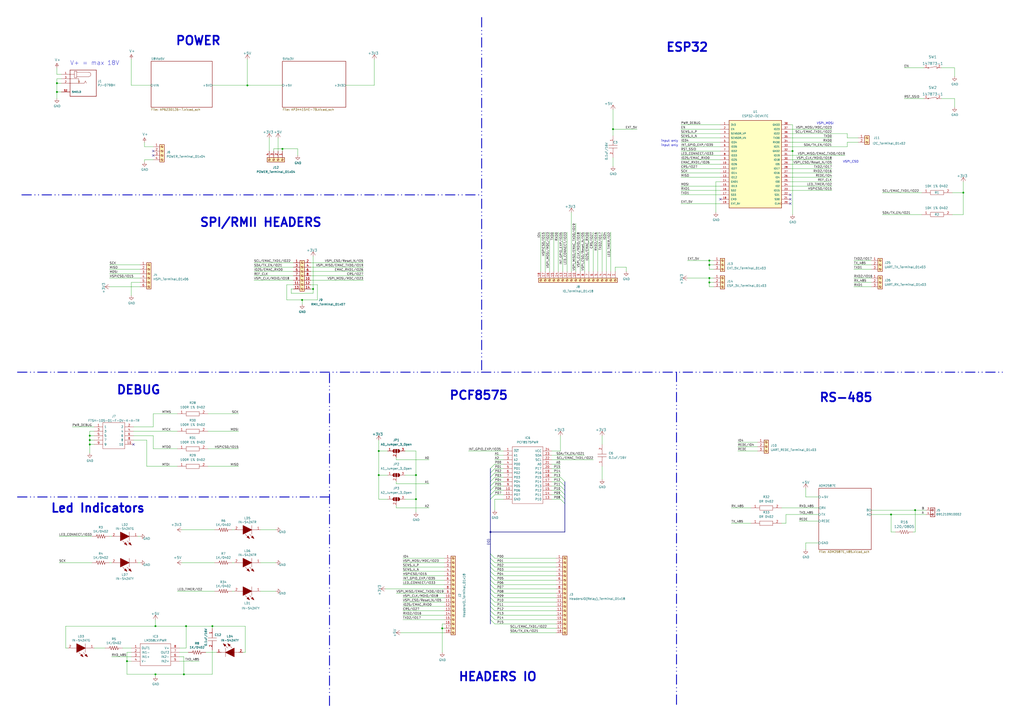
<source format=kicad_sch>
(kicad_sch (version 20231120) (generator "eeschema") (generator_version "8.0")
  (paper "A2")
  (title_block (title "ESP Open Board") (date "2024-06-23") (rev "3.0") (company "VNG") (comment 1 "info@vng.com.pl") (comment 2 "+48736305466") (comment 3 "www.vng.com.pl") (comment 4 "4") (comment 5 "5") (comment 6 "6") (comment 7 "7") (comment 8 "8") (comment 9 "9"))
  (bus_alias "IO" (members "P00" "P01" "P02" "P03" "P04" "P05" "P06" "P07" "P08" "P09" "P10" "P11" "P12" "P13" "P00_CON" "P01_CON" "P02_CON" "P03_CON" "P04_CON" "P05_CON" "P06_CON" "P07_CON" "P08_CON" "P09_CON" "P10_CON" "P11_CON" "P12_CON" "P13_CON" "P14" "P15"))
  (junction (at 33.02 53.34))
  (junction (at 219.71 275.59))
  (junction (at 411.48 151.13))
  (junction (at 90.17 363.22))
  (junction (at 241.3 289.56))
  (junction (at 33.02 48.26))
  (junction (at 52.07 257.81))
  (junction (at 558.8 111.76))
  (junction (at 241.3 275.59))
  (junction (at 175.26 173.99))
  (junction (at 411.48 153.67))
  (junction (at 107.95 363.22))
  (junction (at 73.66 383.54))
  (junction (at 52.07 252.73))
  (junction (at 163.83 86.36))
  (junction (at 411.48 163.83))
  (junction (at 90.17 391.16))
  (junction (at 411.48 161.29))
  (junction (at 106.68 391.16))
  (junction (at 181.61 167.64))
  (junction (at 459.74 87.63))
  (junction (at 355.6 74.93))
  (junction (at 123.19 363.22))
  (junction (at 516.89 298.45))
  (junction (at 256.54 364.49))
  (junction (at 52.07 255.27))
  (junction (at 219.71 261.62))
  (junction (at 530.86 295.91))
  (junction (at 143.51 49.53))
  (junction (at 284.48 308.61))
  (no_connect (at 458.47 113.03))
  (no_connect (at 458.47 115.57))
  (no_connect (at 77.47 257.81))
  (no_connect (at 458.47 118.11))
  (no_connect (at 88.9 87.63))
  (no_connect (at 88.9 90.17))
  (no_connect (at 417.83 115.57))
  (bus_entry (at 284.48 351.79) (size 2.54 2.54))
  (bus_entry (at 284.48 284.48) (size 2.54 -2.54))
  (bus_entry (at 327.66 289.56) (size -2.54 -2.54))
  (bus_entry (at 284.48 349.25) (size 2.54 2.54))
  (bus_entry (at 284.48 287.02) (size 2.54 -2.54))
  (bus_entry (at 284.48 274.32) (size 2.54 -2.54))
  (bus_entry (at 327.66 292.1) (size -2.54 -2.54))
  (bus_entry (at 327.66 279.4) (size -2.54 -2.54))
  (bus_entry (at 327.66 284.48) (size -2.54 -2.54))
  (bus_entry (at 327.66 281.94) (size -2.54 -2.54))
  (bus_entry (at 284.48 339.09) (size 2.54 2.54))
  (bus_entry (at 284.48 326.39) (size 2.54 2.54))
  (bus_entry (at 284.48 281.94) (size 2.54 -2.54))
  (bus_entry (at 284.48 336.55) (size 2.54 2.54))
  (bus_entry (at 284.48 328.93) (size 2.54 2.54))
  (bus_entry (at 284.48 323.85) (size 2.54 2.54))
  (bus_entry (at 284.48 321.31) (size 2.54 2.54))
  (bus_entry (at 284.48 331.47) (size 2.54 2.54))
  (bus_entry (at 284.48 344.17) (size 2.54 2.54))
  (bus_entry (at 284.48 354.33) (size 2.54 2.54))
  (bus_entry (at 284.48 359.41) (size 2.54 2.54))
  (bus_entry (at 284.48 279.4) (size 2.54 -2.54))
  (bus_entry (at 327.66 287.02) (size -2.54 -2.54))
  (bus_entry (at 284.48 276.86) (size 2.54 -2.54))
  (bus_entry (at 284.48 271.78) (size 2.54 -2.54))
  (bus_entry (at 284.48 356.87) (size 2.54 2.54))
  (bus_entry (at 284.48 346.71) (size 2.54 2.54))
  (bus_entry (at 284.48 289.56) (size 2.54 -2.54))
  (bus_entry (at 284.48 334.01) (size 2.54 2.54))
  (bus_entry (at 284.48 341.63) (size 2.54 2.54))
  (wire (pts (xy 355.6 91.44) (xy 355.6 96.52)))
  (wire (pts (xy 233.68 346.71) (xy 257.81 346.71)))
  (wire (pts (xy 320.04 279.4) (xy 325.12 279.4)))
  (bus (pts (xy 284.48 284.48) (xy 284.48 287.02)))
  (wire (pts (xy 33.02 48.26) (xy 33.02 53.34)))
  (wire (pts (xy 458.47 92.71) (xy 482.6 92.71)))
  (wire (pts (xy 123.19 377.19) (xy 123.19 391.16)))
  (wire (pts (xy 287.02 287.02) (xy 292.1 287.02)))
  (wire (pts (xy 52.07 252.73) (xy 54.61 252.73)))
  (wire (pts (xy 54.61 250.19) (xy 52.07 250.19)))
  (wire (pts (xy 458.47 97.79) (xy 482.6 97.79)))
  (wire (pts (xy 77.47 255.27) (xy 85.09 255.27)))
  (wire (pts (xy 200.66 49.53) (xy 217.17 49.53)))
  (wire (pts (xy 76.2 49.53) (xy 87.63 49.53)))
  (bus (pts (xy 284.48 271.78) (xy 284.48 274.32)))
  (wire (pts (xy 287.02 284.48) (xy 292.1 284.48)))
  (wire (pts (xy 287.02 266.7) (xy 292.1 266.7)))
  (wire (pts (xy 123.19 49.53) (xy 143.51 49.53)))
  (wire (pts (xy 320.04 284.48) (xy 325.12 284.48)))
  (wire (pts (xy 336.55 134.62) (xy 336.55 157.48)))
  (wire (pts (xy 223.52 341.63) (xy 257.81 341.63)))
  (wire (pts (xy 411.48 163.83) (xy 414.02 163.83)))
  (wire (pts (xy 467.36 314.96) (xy 467.36 318.77)))
  (wire (pts (xy 219.71 261.62) (xy 219.71 255.27)))
  (wire (pts (xy 233.68 339.09) (xy 257.81 339.09)))
  (wire (pts (xy 320.04 276.86) (xy 325.12 276.86)))
  (bus (pts (xy 284.48 279.4) (xy 284.48 281.94)))
  (bus (pts (xy 284.48 308.61) (xy 327.66 308.61)))
  (wire (pts (xy 458.47 77.47) (xy 491.49 77.47)))
  (wire (pts (xy 394.97 87.63) (xy 417.83 87.63)))
  (wire (pts (xy 292.1 289.56) (xy 287.02 289.56)))
  (wire (pts (xy 459.74 72.39) (xy 458.47 72.39)))
  (wire (pts (xy 356.87 154.94) (xy 363.22 154.94)))
  (wire (pts (xy 142.24 363.22) (xy 142.24 378.46)))
  (wire (pts (xy 123.19 363.22) (xy 142.24 363.22)))
  (wire (pts (xy 233.68 334.01) (xy 257.81 334.01)))
  (wire (pts (xy 394.97 72.39) (xy 417.83 72.39)))
  (wire (pts (xy 180.34 152.4) (xy 210.82 152.4)))
  (wire (pts (xy 35.56 45.72) (xy 33.02 45.72)))
  (wire (pts (xy 339.09 134.62) (xy 339.09 157.48)))
  (wire (pts (xy 411.48 153.67) (xy 414.02 153.67)))
  (wire (pts (xy 219.71 289.56) (xy 219.71 275.59)))
  (wire (pts (xy 241.3 297.18) (xy 241.3 289.56)))
  (wire (pts (xy 453.39 303.53) (xy 455.93 303.53)))
  (wire (pts (xy 147.32 157.48) (xy 170.18 157.48)))
  (wire (pts (xy 77.47 252.73) (xy 88.9 252.73)))
  (wire (pts (xy 287.02 334.01) (xy 322.58 334.01)))
  (bus (pts (xy 284.48 281.94) (xy 284.48 284.48)))
  (bus (pts (xy 327.66 287.02) (xy 327.66 289.56)))
  (wire (pts (xy 234.95 275.59) (xy 241.3 275.59)))
  (wire (pts (xy 287.02 281.94) (xy 292.1 281.94)))
  (wire (pts (xy 325.12 252.73) (xy 325.12 261.62)))
  (wire (pts (xy 158.75 86.36) (xy 163.83 86.36)))
  (wire (pts (xy 349.25 270.51) (xy 349.25 278.13)))
  (wire (pts (xy 519.43 308.61) (xy 516.89 308.61)))
  (wire (pts (xy 219.71 275.59) (xy 224.79 275.59)))
  (wire (pts (xy 558.8 105.41) (xy 558.8 111.76)))
  (wire (pts (xy 256.54 364.49) (xy 257.81 364.49)))
  (bus (pts (xy 284.48 351.79) (xy 284.48 354.33)))
  (wire (pts (xy 88.9 247.65) (xy 88.9 240.03)))
  (wire (pts (xy 346.71 134.62) (xy 346.71 157.48)))
  (wire (pts (xy 474.98 302.26) (xy 463.55 302.26)))
  (wire (pts (xy 458.47 74.93) (xy 482.6 74.93)))
  (wire (pts (xy 219.71 275.59) (xy 219.71 261.62)))
  (bus (pts (xy 284.48 323.85) (xy 284.48 326.39)))
  (wire (pts (xy 80.01 311.15) (xy 81.28 311.15)))
  (wire (pts (xy 467.36 283.21) (xy 467.36 288.29)))
  (wire (pts (xy 394.97 118.11) (xy 417.83 118.11)))
  (wire (pts (xy 123.19 364.49) (xy 123.19 363.22)))
  (wire (pts (xy 530.86 295.91) (xy 537.21 295.91)))
  (wire (pts (xy 90.17 363.22) (xy 107.95 363.22)))
  (wire (pts (xy 175.26 173.99) (xy 175.26 176.53)))
  (wire (pts (xy 318.77 134.62) (xy 318.77 157.48)))
  (wire (pts (xy 134.62 307.34) (xy 135.89 307.34)))
  (wire (pts (xy 411.48 156.21) (xy 411.48 153.67)))
  (wire (pts (xy 427.99 261.62) (xy 439.42 261.62)))
  (wire (pts (xy 104.14 378.46) (xy 109.22 378.46)))
  (bus (pts (xy 327.66 279.4) (xy 327.66 281.94)))
  (wire (pts (xy 495.3 153.67) (xy 505.46 153.67)))
  (wire (pts (xy 287.02 289.56) (xy 287.02 295.91)))
  (wire (pts (xy 83.82 93.98) (xy 83.82 92.71)))
  (wire (pts (xy 287.02 279.4) (xy 292.1 279.4)))
  (wire (pts (xy 172.72 86.36) (xy 163.83 86.36)))
  (wire (pts (xy 233.68 336.55) (xy 257.81 336.55)))
  (bus (pts (xy 327.66 281.94) (xy 327.66 284.48)))
  (bus (pts (xy 284.48 321.31) (xy 284.48 323.85)))
  (wire (pts (xy 180.34 160.02) (xy 210.82 160.02)))
  (wire (pts (xy 53.34 326.39) (xy 34.29 326.39)))
  (wire (pts (xy 124.46 342.9) (xy 102.87 342.9)))
  (wire (pts (xy 233.68 359.41) (xy 257.81 359.41)))
  (wire (pts (xy 287.02 361.95) (xy 322.58 361.95)))
  (wire (pts (xy 271.78 261.62) (xy 292.1 261.62)))
  (wire (pts (xy 287.02 351.79) (xy 322.58 351.79)))
  (bus (pts (xy 284.48 334.01) (xy 284.48 336.55)))
  (wire (pts (xy 180.34 154.94) (xy 210.82 154.94)))
  (wire (pts (xy 120.65 270.51) (xy 138.43 270.51)))
  (wire (pts (xy 458.47 110.49) (xy 482.6 110.49)))
  (wire (pts (xy 354.33 134.62) (xy 354.33 157.48)))
  (wire (pts (xy 76.2 34.29) (xy 76.2 49.53)))
  (wire (pts (xy 491.49 80.01) (xy 491.49 77.47)))
  (wire (pts (xy 107.95 363.22) (xy 123.19 363.22)))
  (wire (pts (xy 455.93 303.53) (xy 455.93 298.45)))
  (wire (pts (xy 398.78 151.13) (xy 411.48 151.13)))
  (polyline (pts (xy 279.4 10.16) (xy 279.4 215.9)) (stroke (width 0.5) (type dash_dot_dot)))
  (wire (pts (xy 233.68 323.85) (xy 257.81 323.85)))
  (wire (pts (xy 256.54 378.46) (xy 256.54 364.49)))
  (wire (pts (xy 411.48 161.29) (xy 411.48 163.83)))
  (wire (pts (xy 81.28 156.21) (xy 63.5 156.21)))
  (wire (pts (xy 81.28 158.75) (xy 63.5 158.75)))
  (wire (pts (xy 256.54 361.95) (xy 256.54 364.49)))
  (wire (pts (xy 287.02 271.78) (xy 292.1 271.78)))
  (polyline (pts (xy 191.135 216.535) (xy 191.135 410.845)) (stroke (width 0.5) (type dash_dot_dot)))
  (wire (pts (xy 287.02 354.33) (xy 322.58 354.33)))
  (wire (pts (xy 134.62 326.39) (xy 135.89 326.39)))
  (wire (pts (xy 241.3 261.62) (xy 241.3 275.59)))
  (wire (pts (xy 77.47 247.65) (xy 88.9 247.65)))
  (wire (pts (xy 394.97 100.33) (xy 417.83 100.33)))
  (wire (pts (xy 394.97 90.17) (xy 417.83 90.17)))
  (wire (pts (xy 38.1 363.22) (xy 90.17 363.22)))
  (wire (pts (xy 458.47 100.33) (xy 482.6 100.33)))
  (wire (pts (xy 516.89 308.61) (xy 516.89 298.45)))
  (wire (pts (xy 417.83 105.41) (xy 415.29 105.41)))
  (wire (pts (xy 85.09 255.27) (xy 85.09 270.51)))
  (wire (pts (xy 394.97 107.95) (xy 417.83 107.95)))
  (wire (pts (xy 54.61 375.92) (xy 60.96 375.92)))
  (wire (pts (xy 287.02 328.93) (xy 322.58 328.93)))
  (bus (pts (xy 284.48 328.93) (xy 284.48 331.47)))
  (wire (pts (xy 38.1 375.92) (xy 38.1 363.22)))
  (wire (pts (xy 233.68 351.79) (xy 257.81 351.79)))
  (wire (pts (xy 52.07 257.81) (xy 52.07 255.27)))
  (wire (pts (xy 156.21 80.01) (xy 156.21 87.63)))
  (wire (pts (xy 115.57 383.54) (xy 104.14 383.54)))
  (wire (pts (xy 491.49 82.55) (xy 491.49 85.09)))
  (wire (pts (xy 320.04 264.16) (xy 339.09 264.16)))
  (bus (pts (xy 284.48 341.63) (xy 284.48 344.17)))
  (wire (pts (xy 355.6 74.93) (xy 355.6 78.74)))
  (wire (pts (xy 88.9 252.73) (xy 88.9 260.35)))
  (wire (pts (xy 355.6 63.5) (xy 355.6 74.93)))
  (bus (pts (xy 284.48 346.71) (xy 284.48 349.25)))
  (wire (pts (xy 349.25 252.73) (xy 349.25 257.81)))
  (wire (pts (xy 219.71 261.62) (xy 224.79 261.62)))
  (wire (pts (xy 161.29 80.01) (xy 161.29 87.63)))
  (wire (pts (xy 90.17 391.16) (xy 73.66 391.16)))
  (wire (pts (xy 458.47 107.95) (xy 482.6 107.95)))
  (wire (pts (xy 120.65 250.19) (xy 138.43 250.19)))
  (wire (pts (xy 181.61 170.18) (xy 181.61 167.64)))
  (wire (pts (xy 180.34 157.48) (xy 210.82 157.48)))
  (wire (pts (xy 394.97 113.03) (xy 417.83 113.03)))
  (wire (pts (xy 143.51 49.53) (xy 143.51 34.29)))
  (wire (pts (xy 90.17 391.16) (xy 90.17 392.43)))
  (wire (pts (xy 229.87 344.17) (xy 257.81 344.17)))
  (wire (pts (xy 287.02 349.25) (xy 322.58 349.25)))
  (wire (pts (xy 81.28 153.67) (xy 63.5 153.67)))
  (wire (pts (xy 320.04 289.56) (xy 325.12 289.56)))
  (wire (pts (xy 287.02 359.41) (xy 322.58 359.41)))
  (wire (pts (xy 105.41 307.34) (xy 124.46 307.34)))
  (wire (pts (xy 172.72 90.17) (xy 172.72 86.36)))
  (wire (pts (xy 320.04 266.7) (xy 344.17 266.7)))
  (wire (pts (xy 287.02 323.85) (xy 322.58 323.85)))
  (wire (pts (xy 163.83 86.36) (xy 163.83 87.63)))
  (wire (pts (xy 491.49 80.01) (xy 497.84 80.01)))
  (wire (pts (xy 320.04 261.62) (xy 325.12 261.62)))
  (wire (pts (xy 458.47 82.55) (xy 482.6 82.55)))
  (wire (pts (xy 181.61 167.64) (xy 180.34 167.64)))
  (wire (pts (xy 175.26 173.99) (xy 184.15 173.99)))
  (wire (pts (xy 229.87 266.7) (xy 248.92 266.7)))
  (wire (pts (xy 341.63 134.62) (xy 341.63 157.48)))
  (wire (pts (xy 52.07 257.81) (xy 52.07 262.89)))
  (wire (pts (xy 331.47 123.19) (xy 331.47 157.48)))
  (wire (pts (xy 511.81 124.46) (xy 534.67 124.46)))
  (wire (pts (xy 88.9 260.35) (xy 102.87 260.35)))
  (wire (pts (xy 411.48 151.13) (xy 411.48 153.67)))
  (wire (pts (xy 106.68 381) (xy 106.68 391.16)))
  (wire (pts (xy 459.74 124.46) (xy 459.74 87.63)))
  (wire (pts (xy 170.18 167.64) (xy 168.91 167.64)))
  (wire (pts (xy 424.18 303.53) (xy 435.61 303.53)))
  (bus (pts (xy 284.48 339.09) (xy 284.48 341.63)))
  (wire (pts (xy 453.39 294.64) (xy 474.98 294.64)))
  (wire (pts (xy 287.02 336.55) (xy 322.58 336.55)))
  (wire (pts (xy 54.61 257.81) (xy 52.07 257.81)))
  (wire (pts (xy 180.34 162.56) (xy 210.82 162.56)))
  (wire (pts (xy 394.97 80.01) (xy 417.83 80.01)))
  (wire (pts (xy 234.95 261.62) (xy 241.3 261.62)))
  (wire (pts (xy 180.34 165.1) (xy 184.15 165.1)))
  (wire (pts (xy 355.6 74.93) (xy 369.57 74.93)))
  (wire (pts (xy 427.99 259.08) (xy 439.42 259.08)))
  (wire (pts (xy 81.28 163.83) (xy 76.2 163.83)))
  (wire (pts (xy 287.02 339.09) (xy 322.58 339.09)))
  (wire (pts (xy 143.51 49.53) (xy 163.83 49.53)))
  (wire (pts (xy 321.31 134.62) (xy 321.31 157.48)))
  (wire (pts (xy 546.1 57.15) (xy 553.72 57.15)))
  (wire (pts (xy 414.02 156.21) (xy 411.48 156.21)))
  (wire (pts (xy 351.79 134.62) (xy 351.79 157.48)))
  (wire (pts (xy 257.81 361.95) (xy 256.54 361.95)))
  (wire (pts (xy 125.73 378.46) (xy 119.38 378.46)))
  (bus (pts (xy 284.48 276.86) (xy 284.48 279.4)))
  (wire (pts (xy 316.23 134.62) (xy 316.23 157.48)))
  (wire (pts (xy 35.56 43.18) (xy 33.02 43.18)))
  (wire (pts (xy 76.2 383.54) (xy 73.66 383.54)))
  (wire (pts (xy 105.41 326.39) (xy 124.46 326.39)))
  (wire (pts (xy 147.32 162.56) (xy 170.18 162.56)))
  (bus (pts (xy 327.66 289.56) (xy 327.66 292.1)))
  (wire (pts (xy 151.13 326.39) (xy 160.02 326.39)))
  (wire (pts (xy 295.91 367.03) (xy 322.58 367.03)))
  (wire (pts (xy 73.66 378.46) (xy 76.2 378.46)))
  (wire (pts (xy 497.84 82.55) (xy 491.49 82.55)))
  (polyline (pts (xy 10.16 288.29) (xy 191.135 288.29)) (stroke (width 0.5) (type dash_dot_dot)))
  (wire (pts (xy 229.87 265.43) (xy 229.87 266.7)))
  (wire (pts (xy 458.47 105.41) (xy 482.6 105.41)))
  (wire (pts (xy 52.07 250.19) (xy 52.07 252.73)))
  (wire (pts (xy 553.72 57.15) (xy 553.72 62.23)))
  (wire (pts (xy 233.68 326.39) (xy 257.81 326.39)))
  (wire (pts (xy 323.85 134.62) (xy 323.85 157.48)))
  (wire (pts (xy 151.13 307.34) (xy 160.02 307.34)))
  (wire (pts (xy 516.89 298.45) (xy 537.21 298.45)))
  (bus (pts (xy 284.48 354.33) (xy 284.48 356.87)))
  (wire (pts (xy 320.04 269.24) (xy 325.12 269.24)))
  (wire (pts (xy 229.87 279.4) (xy 229.87 280.67)))
  (wire (pts (xy 467.36 288.29) (xy 474.98 288.29)))
  (bus (pts (xy 284.48 326.39) (xy 284.48 328.93)))
  (wire (pts (xy 232.41 367.03) (xy 257.81 367.03)))
  (wire (pts (xy 123.19 391.16) (xy 106.68 391.16)))
  (polyline (pts (xy 12.7 113.03) (xy 279.4 113.03)) (stroke (width 0.5) (type dash_dot_dot)))
  (wire (pts (xy 73.66 391.16) (xy 73.66 383.54)))
  (wire (pts (xy 38.1 375.92) (xy 39.37 375.92)))
  (polyline (pts (xy 10.16 215.9) (xy 581.66 215.9)) (stroke (width 0.5) (type dash_dot_dot)))
  (wire (pts (xy 217.17 49.53) (xy 217.17 34.29)))
  (wire (pts (xy 287.02 264.16) (xy 292.1 264.16)))
  (wire (pts (xy 424.18 294.64) (xy 435.61 294.64)))
  (wire (pts (xy 455.93 298.45) (xy 474.98 298.45)))
  (wire (pts (xy 151.13 342.9) (xy 160.02 342.9)))
  (bus (pts (xy 284.48 356.87) (xy 284.48 359.41)))
  (wire (pts (xy 83.82 85.09) (xy 88.9 85.09)))
  (wire (pts (xy 427.99 256.54) (xy 439.42 256.54)))
  (wire (pts (xy 158.75 87.63) (xy 158.75 86.36)))
  (bus (pts (xy 284.48 274.32) (xy 284.48 276.86)))
  (wire (pts (xy 458.47 90.17) (xy 490.22 90.17)))
  (wire (pts (xy 415.29 105.41) (xy 415.29 123.19)))
  (wire (pts (xy 233.68 328.93) (xy 257.81 328.93)))
  (wire (pts (xy 458.47 102.87) (xy 482.6 102.87)))
  (wire (pts (xy 349.25 134.62) (xy 349.25 157.48)))
  (wire (pts (xy 33.02 45.72) (xy 33.02 48.26)))
  (wire (pts (xy 181.61 148.59) (xy 181.61 167.64)))
  (wire (pts (xy 120.65 240.03) (xy 138.43 240.03)))
  (wire (pts (xy 495.3 166.37) (xy 505.46 166.37)))
  (wire (pts (xy 54.61 255.27) (xy 52.07 255.27)))
  (wire (pts (xy 524.51 39.37) (xy 535.94 39.37)))
  (wire (pts (xy 166.37 165.1) (xy 166.37 173.99)))
  (wire (pts (xy 524.51 57.15) (xy 535.94 57.15)))
  (wire (pts (xy 394.97 82.55) (xy 417.83 82.55)))
  (wire (pts (xy 107.95 375.92) (xy 107.95 363.22)))
  (wire (pts (xy 287.02 274.32) (xy 292.1 274.32)))
  (wire (pts (xy 142.24 378.46) (xy 140.97 378.46)))
  (wire (pts (xy 287.02 344.17) (xy 322.58 344.17)))
  (wire (pts (xy 147.32 152.4) (xy 170.18 152.4)))
  (wire (pts (xy 320.04 271.78) (xy 325.12 271.78)))
  (wire (pts (xy 474.98 314.96) (xy 467.36 314.96)))
  (wire (pts (xy 334.01 129.54) (xy 334.01 157.48)))
  (wire (pts (xy 394.97 74.93) (xy 417.83 74.93)))
  (wire (pts (xy 495.3 151.13) (xy 505.46 151.13)))
  (wire (pts (xy 33.02 43.18) (xy 33.02 39.37)))
  (wire (pts (xy 80.01 326.39) (xy 81.28 326.39)))
  (wire (pts (xy 229.87 294.64) (xy 248.92 294.64)))
  (wire (pts (xy 320.04 281.94) (xy 325.12 281.94)))
  (wire (pts (xy 546.1 39.37) (xy 553.72 39.37)))
  (bus (pts (xy 284.48 336.55) (xy 284.48 339.09)))
  (wire (pts (xy 90.17 359.41) (xy 90.17 363.22)))
  (wire (pts (xy 166.37 165.1) (xy 170.18 165.1)))
  (wire (pts (xy 287.02 331.47) (xy 322.58 331.47)))
  (wire (pts (xy 394.97 97.79) (xy 417.83 97.79)))
  (wire (pts (xy 394.97 92.71) (xy 417.83 92.71)))
  (wire (pts (xy 85.09 270.51) (xy 102.87 270.51)))
  (wire (pts (xy 505.46 298.45) (xy 516.89 298.45)))
  (wire (pts (xy 166.37 173.99) (xy 175.26 173.99)))
  (wire (pts (xy 552.45 124.46) (xy 558.8 124.46)))
  (wire (pts (xy 241.3 275.59) (xy 241.3 289.56)))
  (wire (pts (xy 320.04 274.32) (xy 325.12 274.32)))
  (wire (pts (xy 394.97 85.09) (xy 417.83 85.09)))
  (bus (pts (xy 284.48 359.41) (xy 284.48 361.95)))
  (wire (pts (xy 41.91 247.65) (xy 54.61 247.65)))
  (wire (pts (xy 76.2 163.83) (xy 76.2 171.45)))
  (wire (pts (xy 411.48 166.37) (xy 414.02 166.37)))
  (wire (pts (xy 63.5 311.15) (xy 64.77 311.15)))
  (wire (pts (xy 394.97 110.49) (xy 417.83 110.49)))
  (wire (pts (xy 495.3 161.29) (xy 505.46 161.29)))
  (wire (pts (xy 287.02 326.39) (xy 322.58 326.39)))
  (wire (pts (xy 52.07 255.27) (xy 52.07 252.73)))
  (wire (pts (xy 495.3 156.21) (xy 505.46 156.21)))
  (wire (pts (xy 241.3 289.56) (xy 234.95 289.56)))
  (wire (pts (xy 233.68 354.33) (xy 257.81 354.33)))
  (wire (pts (xy 295.91 364.49) (xy 322.58 364.49)))
  (wire (pts (xy 530.86 308.61) (xy 529.59 308.61)))
  (wire (pts (xy 394.97 102.87) (xy 417.83 102.87)))
  (wire (pts (xy 411.48 161.29) (xy 414.02 161.29)))
  (wire (pts (xy 83.82 82.55) (xy 83.82 85.09)))
  (wire (pts (xy 134.62 342.9) (xy 135.89 342.9)))
  (bus (pts (xy 284.48 331.47) (xy 284.48 334.01)))
  (wire (pts (xy 558.8 111.76) (xy 558.8 124.46)))
  (wire (pts (xy 77.47 250.19) (xy 102.87 250.19)))
  (wire (pts (xy 168.91 170.18) (xy 181.61 170.18)))
  (wire (pts (xy 553.72 39.37) (xy 553.72 44.45)))
  (wire (pts (xy 414.02 151.13) (xy 411.48 151.13)))
  (bus (pts (xy 327.66 292.1) (xy 327.66 308.61)))
  (polyline (pts (xy 392.43 215.9) (xy 392.43 410.21)) (stroke (width 0.5) (type dash_dot_dot)))
  (wire (pts (xy 287.02 356.87) (xy 322.58 356.87)))
  (wire (pts (xy 233.68 349.25) (xy 257.81 349.25)))
  (wire (pts (xy 313.69 134.62) (xy 313.69 157.48)))
  (wire (pts (xy 458.47 95.25) (xy 482.6 95.25)))
  (wire (pts (xy 229.87 293.37) (xy 229.87 294.64)))
  (wire (pts (xy 229.87 280.67) (xy 248.92 280.67)))
  (wire (pts (xy 33.02 53.34) (xy 33.02 57.15)))
  (bus (pts (xy 327.66 284.48) (xy 327.66 287.02)))
  (wire (pts (xy 35.56 53.34) (xy 33.02 53.34)))
  (wire (pts (xy 184.15 173.99) (xy 184.15 165.1)))
  (wire (pts (xy 73.66 383.54) (xy 73.66 378.46)))
  (wire (pts (xy 120.65 260.35) (xy 138.43 260.35)))
  (wire (pts (xy 88.9 240.03) (xy 102.87 240.03)))
  (wire (pts (xy 233.68 356.87) (xy 257.81 356.87)))
  (wire (pts (xy 287.02 346.71) (xy 322.58 346.71)))
  (wire (pts (xy 320.04 287.02) (xy 325.12 287.02)))
  (wire (pts (xy 505.46 295.91) (xy 530.86 295.91)))
  (wire (pts (xy 63.5 166.37) (xy 81.28 166.37)))
  (wire (pts (xy 287.02 276.86) (xy 292.1 276.86)))
  (wire (pts (xy 63.5 326.39) (xy 64.77 326.39)))
  (wire (pts (xy 394.97 95.25) (xy 417.83 95.25)))
  (wire (pts (xy 398.78 161.29) (xy 411.48 161.29)))
  (wire (pts (xy 411.48 163.83) (xy 411.48 166.37)))
  (bus (pts (xy 284.48 349.25) (xy 284.48 351.79)))
  (wire (pts (xy 76.2 375.92) (xy 71.12 375.92)))
  (bus (pts (xy 284.48 289.56) (xy 284.48 308.61)))
  (wire (pts (xy 530.86 295.91) (xy 530.86 308.61)))
  (wire (pts (xy 356.87 157.48) (xy 356.87 154.94)))
  (wire (pts (xy 168.91 167.64) (xy 168.91 170.18)))
  (wire (pts (xy 459.74 72.39) (xy 459.74 87.63)))
  (wire (pts (xy 326.39 134.62) (xy 326.39 157.48)))
  (wire (pts (xy 104.14 381) (xy 106.68 381)))
  (wire (pts (xy 344.17 134.62) (xy 344.17 157.48)))
  (wire (pts (xy 458.47 85.09) (xy 491.49 85.09)))
  (wire (pts (xy 511.81 111.76) (xy 534.67 111.76)))
  (wire (pts (xy 233.68 331.47) (xy 257.81 331.47)))
  (bus (pts (xy 284.48 287.02) (xy 284.48 289.56)))
  (wire (pts (xy 495.3 163.83) (xy 505.46 163.83)))
  (wire (pts (xy 104.14 375.92) (xy 107.95 375.92)))
  (wire (pts (xy 458.47 80.01) (xy 482.6 80.01)))
  (wire (pts (xy 63.5 161.29) (xy 81.28 161.29)))
  (wire (pts (xy 106.68 391.16) (xy 90.17 391.16)))
  (wire (pts (xy 76.2 381) (xy 64.77 381)))
  (wire (pts (xy 328.93 134.62) (xy 328.93 157.48)))
  (wire (pts (xy 35.56 48.26) (xy 33.02 48.26)))
  (bus (pts (xy 284.48 344.17) (xy 284.48 346.71)))
  (wire (pts (xy 552.45 111.76) (xy 558.8 111.76)))
  (wire (pts (xy 224.79 289.56) (xy 219.71 289.56)))
  (wire (pts (xy 287.02 341.63) (xy 322.58 341.63)))
  (wire (pts (xy 147.32 160.02) (xy 170.18 160.02)))
  (wire (pts (xy 83.82 92.71) (xy 88.9 92.71)))
  (wire (pts (xy 363.22 154.94) (xy 363.22 157.48)))
  (wire (pts (xy 458.47 87.63) (xy 459.74 87.63)))
  (bus (pts (xy 284.48 308.61) (xy 284.48 321.31)))
  (wire (pts (xy 394.97 77.47) (xy 417.83 77.47)))
  (wire (pts (xy 53.34 311.15) (xy 34.29 311.15)))
  (wire (pts (xy 287.02 269.24) (xy 292.1 269.24)))
  (wire (pts (xy 147.32 154.94) (xy 170.18 154.94)))
  (polyline (pts (xy 482.2742 384.912) (xy 482.2794 384.9212) (xy 482.2844 384.9306) (xy 482.2892 384.94) (xy 482.2939 384.9497) (xy 482.2983 384.9594) (xy 482.3027 384.9693) (xy 482.3068 384.9792) (xy 482.2722 384.9905) (xy 482.2374 385.0012) (xy 482.2025 385.0115) (xy 482.1673 385.0211) (xy 482.1634 385.0166) (xy 482.1593 385.0122) (xy 482.1549 385.0081) (xy 482.1503 385.0041) (xy 482.1455 385.0004) (xy 482.1404 384.9969) (xy 482.135 384.9937) (xy 482.1294 384.9908) (xy 482.1236 384.9881) (xy 482.1175 384.9857) (xy 482.1112 384.9836) (xy 482.1046 384.9819) (xy 482.0978 384.9805) (xy 482.0907 384.9794) (xy 482.0834 384.9786) (xy 482.0759 384.9783) (xy 482.0727 384.9782) (xy 482.0694 384.9781) (xy 482.0662 384.9779) (xy 482.063 384.9777) (xy 482.0566 384.9771) (xy 482.0501 384.9764) (xy 482.0506 384.9764) (xy 482.0107 384.9506) (xy 481.991 384.9376) (xy 481.9716 384.9245) (xy 482.0084 384.9186) (xy 482.0453 384.9139) (xy 482.0823 384.9101) (xy 482.1194 384.9073) (xy 482.1566 384.9053) (xy 482.1939 384.904) (xy 482.2313 384.9032) (xy 482.2687 384.903) (xy 482.2742 384.912)) (stroke (width -0.0001) (type solid)) (fill (type color) (color 255 255 255 1)))
  (polyline (pts (xy 481.8302 384.642) (xy 481.8441 384.6428) (xy 481.8579 384.644) (xy 481.8717 384.6457) (xy 481.8854 384.6477) (xy 481.8991 384.6501) (xy 481.9127 384.6528) (xy 481.9263 384.6558) (xy 481.9041 384.658) (xy 481.882 384.6604) (xy 481.8601 384.6632) (xy 481.8383 384.6663) (xy 481.8168 384.6697) (xy 481.7956 384.6735) (xy 481.7746 384.6776) (xy 481.7539 384.682) (xy 481.7539 384.6816) (xy 481.7211 384.6688) (xy 481.7046 384.6625) (xy 481.6882 384.6563) (xy 481.7038 384.6528) (xy 481.7195 384.6498) (xy 481.7354 384.6473) (xy 481.7514 384.6452) (xy 481.7674 384.6436) (xy 481.7836 384.6425) (xy 481.7999 384.6418) (xy 481.8163 384.6416) (xy 481.8302 384.642)) (stroke (width -0.0001) (type solid)) (fill (type color) (color 255 255 255 1)))
  (polyline (pts (xy 481.4657 384.7731) (xy 481.4662 384.776) (xy 481.4667 384.7789) (xy 481.4673 384.7818) (xy 481.4679 384.7847) (xy 481.4687 384.7876) (xy 481.4695 384.7905) (xy 481.4703 384.7933) (xy 481.4712 384.7961) (xy 481.4722 384.7989) (xy 481.4733 384.8017) (xy 481.4744 384.8045) (xy 481.4756 384.8073) (xy 481.4769 384.81) (xy 481.4782 384.8127) (xy 481.4796 384.8154) (xy 481.4745 384.8205) (xy 481.4695 384.8258) (xy 481.4646 384.8311) (xy 481.4598 384.8366) (xy 481.4551 384.8421) (xy 481.4506 384.8478) (xy 481.4462 384.8535) (xy 481.4419 384.8594) (xy 481.4377 384.8654) (xy 481.4336 384.8714) (xy 481.4297 384.8776) (xy 481.4259 384.8839) (xy 481.4222 384.8903) (xy 481.4187 384.8968) (xy 481.4153 384.9034) (xy 481.412 384.9102) (xy 481.3863 384.9266) (xy 481.3607 384.9432) (xy 481.3352 384.9601) (xy 481.3226 384.9686) (xy 481.3101 384.9773) (xy 481.317 384.9622) (xy 481.3243 384.9473) (xy 481.332 384.9327) (xy 481.3401 384.9184) (xy 481.3487 384.9043) (xy 481.3575 384.8905) (xy 481.3668 384.8771) (xy 481.3764 384.8639) (xy 481.3864 384.851) (xy 481.3967 384.8385) (xy 481.4074 384.8263) (xy 481.4184 384.8144) (xy 481.4296 384.8028) (xy 481.4412 384.7916) (xy 481.4531 384.7807) (xy 481.4653 384.7701) (xy 481.4657 384.7731)) (stroke (width -0.0001) (type solid)) (fill (type color) (color 255 255 255 1)))
  (text "input only" (at 383.54 82.55 0) (effects (font (size 1.27 1.27)) (justify left bottom)))
  (text "DEBUG" (at 67.31 229.235 0) (effects (font (size 5.0038 5.0038) (thickness 1.0008) (bold yes)) (justify left bottom)))
  (text "input only" (at 383.54 85.09 0) (effects (font (size 1.27 1.27)) (justify left bottom)))
  (text "V+ = max 18V" (at 40.64 38.1 0) (effects (font (size 2.4892 2.4892)) (justify left bottom)))
  (text "PCF8575" (at 260.35 232.41 0) (effects (font (size 5.0038 5.0038) (thickness 1.0008) (bold yes)) (justify left bottom)))
  (text "HEADERS IO" (at 311.785 395.605 0) (effects (font (size 5.0038 5.0038) (thickness 1.0008) (bold yes)) (justify right bottom)))
  (text "ESP32" (at 386.08 30.48 0) (effects (font (size 5.0038 5.0038) (thickness 1.0008) (bold yes)) (justify left bottom)))
  (text "SPI/RMII HEADERS\n" (at 115.57 132.08 0) (effects (font (size 5.0038 5.0038) (thickness 1.0008) (bold yes)) (justify left bottom)))
  (text "VSPI_CSO\n" (at 488.95 94.615 0) (effects (font (size 1.27 1.27)) (justify left bottom)))
  (text "Led Indicators\n" (at 29.21 297.815 0) (effects (font (size 5.0038 5.0038) (thickness 1.0008) (bold yes)) (justify left bottom)))
  (text "VSPI_MOSI" (at 473.71 72.39 0) (effects (font (size 1.27 1.27)) (justify left bottom)))
  (text "POWER" (at 101.6 26.67 0) (effects (font (size 5.0038 5.0038) (thickness 1.0008) (bold yes)) (justify left bottom)))
  (text "RS-485" (at 474.98 233.68 0) (effects (font (size 5.0038 5.0038) (thickness 1.0008) (bold yes)) (justify left bottom)))
  (label "INT_GPIO_EXP{slash}IO35" (at 271.78 261.62 0))
  (label "MTCK" (at 93.98 250.19 0))
  (label "VSPI_MOSI{slash}MDC{slash}IO23" (at 482.6 74.93 180))
  (label "P12" (at 325.12 279.4 180))
  (label "P13" (at 288.29 356.87 0))
  (label "A0" (at 248.92 266.7 180))
  (label "LED_CONNECT{slash}IO33" (at 34.29 311.15 0))
  (label "P15" (at 325.12 271.78 180))
  (label "EXT_5V" (at 398.78 151.13 0))
  (label "P13" (at 325.12 276.86 180))
  (label "IO25{slash}EMAC_RXD0" (at 394.97 92.71 0))
  (label "VSPI_CSO{slash}Reset_N{slash}IO5" (at 210.82 152.4 180))
  (label "HSPICS0{slash}IO15" (at 138.43 260.35 180))
  (label "P08" (at 288.29 344.17 0))
  (label "A1" (at 287.02 264.16 0))
  (label "P02" (at 287.02 274.32 0))
  (label "RX_485" (at 424.18 294.64 0))
  (label "VSPI_CLK{slash}MDIO{slash}IO18" (at 482.6 92.71 180))
  (label "TXD2{slash}IO17" (at 495.3 151.13 0))
  (label "MTDI" (at 93.98 270.51 0))
  (label "TXD_485" (at 463.55 298.45 0))
  (label "CRS{slash}IO27" (at 344.17 134.62 270))
  (label "RXD0" (at 482.6 82.55 180))
  (label "P01" (at 287.02 271.78 0))
  (label "P15" (at 288.29 361.95 0))
  (label "SDA{slash}TX_EN{slash}IO21" (at 482.6 85.09 180))
  (label "TXD0" (at 321.31 134.62 270))
  (label "P14" (at 288.29 359.41 0))
  (label "MISO" (at 63.5 156.21 0))
  (label "VSPI_MISO{slash}EMAC_TXD0{slash}IO19" (at 229.87 344.17 0))
  (label "INT_GPIO_EXP{slash}IO35" (at 394.97 85.09 0))
  (label "RXD2{slash}IO16" (at 346.71 134.62 270))
  (label "VSPI_CLK{slash}MDIO{slash}IO18" (at 233.68 346.71 0))
  (label "RXD0" (at 323.85 134.62 270))
  (label "SCK" (at 138.43 240.03 180))
  (label "P11" (at 288.29 351.79 0))
  (label "SCL{slash}EMAC_TXD1{slash}IO22" (at 147.32 152.4 0))
  (label "IO25{slash}EMAC_RXD0" (at 233.68 351.79 0))
  (label "IO4" (at 233.68 323.85 0))
  (label "INT_GPIO_EXP{slash}IO35" (at 233.68 336.55 0))
  (label "MOSI" (at 63.5 158.75 0))
  (label "P14" (at 325.12 274.32 180))
  (label "SCL{slash}EMAC_TXD1{slash}IO22" (at 482.6 77.47 180))
  (label "LED_CONNECT{slash}IO33" (at 394.97 90.17 0))
  (label "VSPI_MOSI{slash}MDC{slash}IO23" (at 233.68 326.39 0))
  (label "IO25{slash}EMAC_RXD0" (at 341.63 134.62 270))
  (label "IO34" (at 351.79 134.62 270))
  (label "RXD1" (at 394.97 110.49 0))
  (label "RST_SSID" (at 524.51 57.15 0))
  (label "MISO" (at 138.43 270.51 180))
  (label "MTDO" (at 93.98 260.35 0))
  (label "A2" (at 287.02 266.7 0))
  (label "A0" (at 325.12 269.24 180))
  (label "EXT_5V" (at 369.57 74.93 180))
  (label "TXD1" (at 394.97 113.03 0))
  (label "SDA{slash}TX_EN{slash}IO21" (at 339.09 264.16 180))
  (label "SCL{slash}EMAC_TXD1{slash}IO22" (at 295.91 364.49 0))
  (label "CRS{slash}IO27" (at 233.68 354.33 0))
  (label "SENS_V_P" (at 394.97 77.47 0))
  (label "VSPI_CSO{slash}Reset_N{slash}IO5" (at 482.6 95.25 180))
  (label "EN" (at 524.51 39.37 0))
  (label "TXD2{slash}IO17" (at 349.25 134.62 270))
  (label "RXD1" (at 495.3 166.37 0))
  (label "P07" (at 288.29 341.63 0))
  (label "TXD0" (at 482.6 80.01 180))
  (label "P01" (at 288.29 326.39 0))
  (label "P04" (at 288.29 334.01 0))
  (label "P05" (at 288.29 336.55 0))
  (label "P06" (at 287.02 284.48 0))
  (label "MISO" (at 394.97 102.87 0))
  (label "EMAC_RXD1{slash}IO26" (at 210.82 157.48 180))
  (label "SENS_V_P" (at 233.68 328.93 0))
  (label "P09" (at 325.12 287.02 180))
  (label "LED_TIMER{slash}IO2" (at 482.6 107.95 180))
  (label "IO4" (at 427.99 256.54 0))
  (label "P09" (at 288.29 346.71 0))
  (label "HSPICS0{slash}IO15" (at 63.5 161.29 0))
  (label "P10" (at 325.12 284.48 180))
  (label "LED_TIMER{slash}IO2" (at 102.87 342.9 0))
  (label "HSPICS0{slash}IO15" (at 316.23 134.62 270))
  (label "VSPI_CSO{slash}Reset_N{slash}IO5" (at 233.68 349.25 0))
  (label "RX_485" (at 495.3 163.83 0))
  (label "EN" (at 394.97 74.93 0))
  (label "TXD2{slash}IO17" (at 233.68 359.41 0))
  (label "VSPI_MOSI{slash}MDC{slash}IO23" (at 210.82 162.56 180))
  (label "RXD2{slash}IO16" (at 495.3 161.29 0))
  (label "TXD2{slash}IO17" (at 482.6 97.79 180))
  (label "SCL{slash}EMAC_TXD1{slash}IO22" (at 511.81 111.76 0))
  (label "P11" (at 325.12 281.94 180))
  (label "REDE{slash}IO4" (at 482.6 102.87 180))
  (label "MTMS" (at 93.98 240.03 0))
  (label "SDA{slash}TX_EN{slash}IO21" (at 147.32 154.94 0))
  (label "PWR_DEBUG" (at 41.91 247.65 0))
  (label "LED_TIMER{slash}IO2" (at 354.33 134.62 270))
  (label "VSPI_CLK{slash}MDIO{slash}IO18" (at 147.32 162.56 0))
  (label "P10" (at 288.29 349.25 0))
  (label "LED_CONNECT{slash}IO33" (at 233.68 339.09 0))
  (label "P05" (at 287.02 281.94 0))
  (label "SENS_V_N" (at 394.97 80.01 0))
  (label "IO4" (at 313.69 134.62 270))
  (label "SCK" (at 34.29 326.39 0))
  (label "P12" (at 288.29 354.33 0))
  (label "RST_SSID" (at 394.97 87.63 0))
  (label "VSPI_CLK{slash}MDIO{slash}IO18" (at 336.55 134.62 270))
  (label "RXD2{slash}IO16" (at 233.68 356.87 0))
  (label "VSPI_CSO{slash}Reset_N{slash}IO5" (at 339.09 134.62 270))
  (label "P03" (at 287.02 276.86 0))
  (label "HSPICS0{slash}IO15" (at 233.68 334.01 0))
  (label "RXD_485" (at 64.77 381 0))
  (label "P07" (at 287.02 287.02 0))
  (label "P08" (at 325.12 289.56 180))
  (label "REDE" (at 427.99 261.62 0))
  (label "EXT_5V" (at 394.97 118.11 0))
  (label "A" (at 534.67 298.45 0))
  (label "LED_CONNECT{slash}IO33" (at 328.93 134.62 270))
  (label "REF_CLK" (at 482.6 105.41 180))
  (label "VSPI_MOSI{slash}MDC{slash}IO23" (at 318.77 134.62 270))
  (label "MOSI" (at 394.97 107.95 0))
  (label "INT_GPIO_EXP{slash}IO35" (at 326.39 134.62 270))
  (label "TXD_485" (at 115.57 383.54 180))
  (label "REDE{slash}IO4" (at 427.99 259.08 0))
  (label "TXD1" (at 495.3 156.21 0))
  (label "RXD_485" (at 463.55 294.64 0))
  (label "CRS{slash}IO27" (at 210.82 160.02 180))
  (label "B" (at 534.67 295.91 0))
  (label "SCL{slash}EMAC_TXD1{slash}IO22" (at 344.17 266.7 180))
  (label "SENS_V_N" (at 233.68 331.47 0))
  (label "A1" (at 248.92 280.67 180))
  (label "P02" (at 288.29 328.93 0))
  (label "SDA{slash}TX_EN{slash}IO21" (at 511.81 124.46 0))
  (label "VSPI_MISO{slash}EMAC_TXD0{slash}IO19" (at 210.82 154.94 180))
  (label "IO25{slash}EMAC_RXD0" (at 147.32 157.48 0))
  (label "P00" (at 287.02 269.24 0))
  (label "P04" (at 287.02 279.4 0))
  (label "VSPI_MISO{slash}EMAC_TXD0{slash}IO19" (at 334.01 129.54 270))
  (label "CRS{slash}IO27" (at 394.97 97.79 0))
  (label "REF_CLK" (at 147.32 160.02 0))
  (label "MOSI" (at 138.43 250.19 180))
  (label "PWR_DEBUG" (at 394.97 72.39 0))
  (label "P00" (at 288.29 323.85 0))
  (label "EMAC_RXD1{slash}IO26" (at 394.97 95.25 0))
  (label "SDA{slash}TX_EN{slash}IO21" (at 295.91 367.03 0))
  (label "VSPI_MISO{slash}EMAC_TXD0{slash}IO19" (at 490.22 90.17 180))
  (label "RXD2{slash}IO16" (at 482.6 100.33 180))
  (label "REDE" (at 463.55 302.26 0))
  (label "SCK" (at 394.97 100.33 0))
  (label "{IO}" (at 284.48 312.42 270))
  (label "TX_485" (at 424.18 303.53 0))
  (label "P03" (at 288.29 331.47 0))
  (label "SCK" (at 63.5 153.67 0))
  (label "HSPICS0{slash}IO15" (at 482.6 110.49 180))
  (label "TX_485" (at 495.3 153.67 0))
  (label "P06" (at 288.29 339.09 0))
  (label "A2" (at 248.92 294.64 180))
  (label "IO34" (at 394.97 82.55 0))
  (symbol (lib_id "lonoff-eagle-import:V+") (at 76.2 31.75 0) (unit 1)
    (property "Reference" "#P+03" (effects (hide yes)))
    (property "Value" "V+" (at 74.93 30.48 0) (effects (font (size 1.4986 1.4986)) (justify left bottom)))
  )
  (symbol (lib_id "lonoff-eagle-import:+5V") (at 355.6 60.96 0) (unit 1)
    (property "Reference" "#P+07" (effects (hide yes)))
    (property "Value" "+5V" (at 350.52 60.96 0) (effects (font (size 1.4986 1.4986)) (justify left bottom)))
  )
  (symbol (lib_id "lonoff-rescue:IN-S42ATR-my_global_Library") (at 151.13 307.34 180) (unit 1)
    (property "Reference" "LD5" (at 143.51 300.5582 0))
    (property "Value" "IN-S42ATR" (at 143.51 302.8696 0))
    (property "Footprint" "LEDC1005X55N" (effects (hide yes)))
    (property "Datasheet" "http://www.inolux-corp.com/datasheet/SMDLED/Mono%20Color%20Top%20View/IN-S42AT%20Series_V1.1.pdf" (effects (hide yes)))
    (property "Description" "LED Uni-Color Red 645nm 2-Pin Chip 0402(1006Metric) T/R" (effects (hide yes)))
    (property "Height" "0.55" (effects (hide yes)))
    (property "Manufacturer_Name" "Inolux" (effects (hide yes)))
    (property "Manufacturer_Part_Number" "IN-S42ATR" (effects (hide yes)))
  )
  (symbol (lib_id "lonoff-rescue:IN-S42ATR-my_global_Library") (at 151.13 326.39 180) (unit 1)
    (property "Reference" "LD6" (at 143.51 319.6082 0))
    (property "Value" "IN-S42ATR" (at 143.51 321.9196 0))
    (property "Footprint" "LEDC1005X55N" (effects (hide yes)))
    (property "Datasheet" "http://www.inolux-corp.com/datasheet/SMDLED/Mono%20Color%20Top%20View/IN-S42AT%20Series_V1.1.pdf" (effects (hide yes)))
    (property "Description" "LED Uni-Color Red 645nm 2-Pin Chip 0402(1006Metric) T/R" (effects (hide yes)))
    (property "Height" "0.55" (effects (hide yes)))
    (property "Manufacturer_Name" "Inolux" (effects (hide yes)))
    (property "Manufacturer_Part_Number" "IN-S42ATR" (effects (hide yes)))
  )
  (symbol (lib_id "lonoff-rescue:IN-S42ATG-my_global_Library") (at 80.01 311.15 180) (unit 1)
    (property "Reference" "LD2" (at 72.39 304.3682 0))
    (property "Value" "IN-S42ATG" (at 72.39 306.6796 0))
    (property "Footprint" "LEDC1005X45N" (effects (hide yes)))
    (property "Datasheet" "http://www.inolux-corp.com/datasheet/SMDLED/Mono%20Color%20Top%20View/IN-S42AT%20Series_V1.1.pdf" (effects (hide yes)))
    (property "Description" "LED Uni-Color Green 523nm 2-Pin Chip 0402(1006Metric) T/R" (effects (hide yes)))
    (property "Height" "0.45" (effects (hide yes)))
    (property "Manufacturer_Name" "Inolux" (effects (hide yes)))
    (property "Manufacturer_Part_Number" "IN-S42ATG" (effects (hide yes)))
  )
  (symbol (lib_id "lonoff-eagle-import:+5V") (at 102.87 326.39 90) (unit 1)
    (property "Reference" "#P+09" (effects (hide yes)))
    (property "Value" "+5V" (at 105.41 322.58 90) (effects (font (size 1.4986 1.4986)) (justify left bottom)))
  )
  (symbol (lib_id "lonoff-eagle-import:+3V3") (at 102.87 307.34 90) (unit 1)
    (property "Reference" "#+3V02" (effects (hide yes)))
    (property "Value" "+3V3" (at 105.41 303.53 90) (effects (font (size 1.4986 1.4986)) (justify left bottom)))
  )
  (symbol (lib_id "lonoff-rescue:IN-S42ATG-my_global_Library") (at 80.01 326.39 180) (unit 1)
    (property "Reference" "LD7" (at 72.39 333.375 0))
    (property "Value" "IN-S42ATY" (at 72.39 335.6864 0))
    (property "Footprint" "LEDC1005X45N" (effects (hide yes)))
    (property "Datasheet" "http://www.inolux-corp.com/datasheet/SMDLED/Mono%20Color%20Top%20View/IN-S42AT%20Series_V1.1.pdf" (effects (hide yes)))
    (property "Description" "LED Uni-Color Yellow 523nm 2-Pin Chip 0402(1006Metric) T/R" (effects (hide yes)))
    (property "Height" "0.45" (effects (hide yes)))
    (property "Manufacturer_Name" "Inolux" (effects (hide yes)))
    (property "Manufacturer_Part_Number" "IN-S42ATY" (effects (hide yes)))
  )
  (symbol (lib_id "lonoff-rescue:2-1879208-9-my_global_Library") (at 58.42 326.39 0) (unit 1)
    (property "Reference" "R4" (at 58.42 321.1576 0))
    (property "Value" "1K/0402" (at 58.42 323.469 0))
    (property "Footprint" "my_res:R_0402_1005Metric" (effects (hide yes)))
    (property "Resistance" "1K" (effects (hide yes)))
    (property "Voltage_Rating" "25 V" (effects (hide yes)))
    (property "Package" "0402" (effects (hide yes)))
    (property "Tolerance" ".1%" (effects (hide yes)))
    (property "EU_RoHS_Compliance" "Compliant" (effects (hide yes)))
    (property "Power_Rating" ".063 W" (effects (hide yes)))
  )
  (symbol (lib_id "lonoff-eagle-import:V+") (at 33.02 36.83 0) (unit 1)
    (property "Reference" "#P+01" (effects (hide yes)))
    (property "Value" "V+" (at 31.75 35.56 0) (effects (font (size 1.4986 1.4986)) (justify left bottom)))
  )
  (symbol (lib_id "power:GND") (at 355.6 96.52 0) (unit 1)
    (property "Reference" "#PWR09" (effects (hide yes)))
    (property "Value" "GND" (at 355.727 100.9142 0))
  )
  (symbol (lib_id "power:GND") (at 81.28 311.15 90) (unit 1)
    (property "Reference" "#PWR011" (effects (hide yes)))
    (property "Value" "GND" (at 85.09 312.42 90))
  )
  (symbol (lib_id "power:GND") (at 81.28 326.39 90) (unit 1)
    (property "Reference" "#PWR012" (effects (hide yes)))
    (property "Value" "GND" (at 85.09 327.66 90))
  )
  (symbol (lib_id "power:GND") (at 160.02 307.34 90) (unit 1)
    (property "Reference" "#PWR015" (effects (hide yes)))
    (property "Value" "GND" (at 163.83 308.61 90))
  )
  (symbol (lib_id "power:GND") (at 160.02 326.39 90) (unit 1)
    (property "Reference" "#PWR016" (effects (hide yes)))
    (property "Value" "GND" (at 163.83 327.66 90))
  )
  (symbol (lib_id "power:GND") (at 33.02 57.15 0) (unit 1)
    (property "Reference" "#PWR01" (effects (hide yes)))
    (property "Value" "GND" (at 33.147 61.5442 0))
  )
  (symbol (lib_id "lonoff-rescue:PJ-079BH-my_global_Library") (at 48.26 48.26 0) (mirror y) (unit 1)
    (property "Reference" "J1" (at 56.642 47.0916 0) (effects (justify right)))
    (property "Value" "PJ-079BH" (at 56.642 49.403 0) (effects (justify right)))
    (property "Footprint" "global_foot_ki:DC_PW_2.5_CUI_PJ-079BH" (effects (hide yes)))
    (property "STANDART" "Manufacturer Recommendations" (effects (hide yes)))
    (property "PARTREV" "LTR" (effects (hide yes)))
    (property "MANUFACTURER" "CUI Inc" (effects (hide yes)))
  )
  (symbol (lib_id "lonoff-rescue:691210910002-my_global_Library") (at 542.29 295.91 270) (mirror x) (unit 1) (in_bom no)
    (property "Reference" "J5" (at 543.052 296.0116 90) (effects (justify left)))
    (property "Value" "691210910002" (at 543.052 298.323 90) (effects (justify left)))
    (property "Footprint" "691210910002" (effects (hide yes)))
    (property "IR-UL" "6A" (effects (hide yes)))
    (property "PITCH" "2.54mm" (effects (hide yes)))
    (property "WORKING-VOLTAGE-UL" "150V (AC)" (effects (hide yes)))
    (property "DATASHEET-URL" "https://www.we-online.com/catalog/datasheet/691210910002.pdf" (effects (hide yes)))
    (property "TYPE" "Horizontal" (effects (hide yes)))
    (property "PART-NUMBER" "691210910002" (effects (hide yes)))
    (property "WIRE" "30 to 18 (AWG) 0.0509 to 0.823 (mm²)" (effects (hide yes)))
    (property "MOUNT" "THT" (effects (hide yes)))
    (property "PINS" "2" (effects (hide yes)))
  )
  (symbol (lib_id "lonoff-eagle-import:CRGS0805J120R") (at 524.51 308.61 180) (unit 1)
    (property "Reference" "R16" (at 524.51 302.8696 0) (effects (font (size 1.4986 1.4986))))
    (property "Value" "120/0805" (at 524.51 305.5366 0) (effects (font (size 1.4986 1.4986))))
    (property "Footprint" "lonoff:RESC2012X65N" (effects (hide yes)))
  )
  (symbol (lib_id "global_Library:LM358LVIPWR") (at 76.2 375.92 0) (unit 1)
    (property "Reference" "IC3" (at 90.17 369.189 0))
    (property "Value" "LM358LVIPWR" (at 90.17 371.5004 0))
    (property "Footprint" "SOP65P640X120-8N" (effects (hide yes)))
    (property "Datasheet" "http://www.ti.com/lit/gpn/lm358lv" (effects (hide yes)))
    (property "Description" "2-Channel Industry-Standard Low-Voltage Operational Amplifier" (effects (hide yes)))
    (property "Height" "1.2" (effects (hide yes)))
    (property "Manufacturer_Name" "Texas Instruments" (effects (hide yes)))
    (property "Manufacturer_Part_Number" "LM358LVIPWR" (effects (hide yes)))
    (property "Mouser Part Number" "595-LM358LVIPWR" (effects (hide yes)))
    (property "Mouser Price/Stock" "https://www.mouser.co.uk/ProductDetail/Texas-Instruments/LM358LVIPWR?qs=qSfuJ%252Bfl%2Fd4hjq17pEAnCQ%3D%3D" (effects (hide yes)))
    (property "Arrow Part Number" "LM358LVIPWR" (effects (hide yes)))
    (property "Arrow Price/Stock" "https://www.arrow.com/en/products/lm358lvipwr/texas-instruments?region=nac" (effects (hide yes)))
  )
  (symbol (lib_id "lonoff_Library:C0402C104K4RECTU") (at 123.19 364.49 270) (unit 1)
    (property "Reference" "C12" (at 124.46 368.3 90) (effects (justify left)))
    (property "Value" "0.1uF/16V" (at 119.38 364.49 0) (effects (justify left)))
    (property "Footprint" "C_0402_1005Metric" (effects (hide yes)))
    (property "Datasheet" "https://content.kemet.com/datasheets/KEM_C1002_X7R_SMD.pdf" (effects (hide yes)))
    (property "Description" "Multilayer Ceramic Capacitors MLCC - SMD/SMT 16V 0.1uF X7R 0402 10%" (effects (hide yes)))
    (property "Height" "0.55" (effects (hide yes)))
    (property "Manufacturer_Name" "Kemet" (effects (hide yes)))
    (property "Manufacturer_Part_Number" "C0402C104K4RECTU" (effects (hide yes)))
  )
  (symbol (lib_id "lonoff-rescue:2-1879208-9-my_global_Library") (at 114.3 378.46 180) (unit 1)
    (property "Reference" "R8" (at 114.3 373.2276 0))
    (property "Value" "1K/0402" (at 114.3 375.539 0))
    (property "Footprint" "my_res:R_0402_1005Metric" (effects (hide yes)))
    (property "Resistance" "1K" (effects (hide yes)))
    (property "Voltage_Rating" "25 V" (effects (hide yes)))
    (property "Package" "0402" (effects (hide yes)))
    (property "Tolerance" ".1%" (effects (hide yes)))
    (property "EU_RoHS_Compliance" "Compliant" (effects (hide yes)))
    (property "Power_Rating" ".063 W" (effects (hide yes)))
  )
  (symbol (lib_id "power:GND") (at 90.17 392.43 0) (unit 1)
    (property "Reference" "#PWR013" (effects (hide yes)))
    (property "Value" "GND" (at 90.297 396.8242 0))
  )
  (symbol (lib_id "lonoff-rescue:IN-S42ATG-my_global_Library") (at 125.73 378.46 0) (unit 1)
    (property "Reference" "LD4" (at 133.35 369.1382 0))
    (property "Value" "IN-S42ATY" (at 133.35 371.4496 0))
    (property "Footprint" "LEDC1005X45N" (effects (hide yes)))
    (property "Datasheet" "http://www.inolux-corp.com/datasheet/SMDLED/Mono%20Color%20Top%20View/IN-S42AT%20Series_V1.1.pdf" (effects (hide yes)))
    (property "Description" "LED Uni-Color Yellow 523nm 2-Pin Chip 0402(1006Metric) T/R" (effects (hide yes)))
    (property "Height" "0.45" (effects (hide yes)))
    (property "Manufacturer_Name" "Inolux" (effects (hide yes)))
    (property "Manufacturer_Part_Number" "IN-S42ATY" (effects (hide yes)))
  )
  (symbol (lib_id "lonoff-rescue:2-1879208-9-my_global_Library") (at 66.04 375.92 0) (unit 1)
    (property "Reference" "R5" (at 66.04 370.6876 0))
    (property "Value" "1K/0402" (at 66.04 372.999 0))
    (property "Footprint" "my_res:R_0402_1005Metric" (effects (hide yes)))
    (property "Resistance" "1K" (effects (hide yes)))
    (property "Voltage_Rating" "25 V" (effects (hide yes)))
    (property "Package" "0402" (effects (hide yes)))
    (property "Tolerance" ".1%" (effects (hide yes)))
    (property "EU_RoHS_Compliance" "Compliant" (effects (hide yes)))
    (property "Power_Rating" ".063 W" (effects (hide yes)))
  )
  (symbol (lib_id "lonoff-rescue:IN-S42ATG-my_global_Library") (at 54.61 375.92 180) (unit 1)
    (property "Reference" "LD3" (at 46.99 369.1382 0))
    (property "Value" "IN-S42ATG" (at 46.99 371.4496 0))
    (property "Footprint" "LEDC1005X45N" (effects (hide yes)))
    (property "Datasheet" "http://www.inolux-corp.com/datasheet/SMDLED/Mono%20Color%20Top%20View/IN-S42AT%20Series_V1.1.pdf" (effects (hide yes)))
    (property "Description" "LED Uni-Color Green 523nm 2-Pin Chip 0402(1006Metric) T/R" (effects (hide yes)))
    (property "Height" "0.45" (effects (hide yes)))
    (property "Manufacturer_Name" "Inolux" (effects (hide yes)))
    (property "Manufacturer_Part_Number" "IN-S42ATG" (effects (hide yes)))
  )
  (symbol (lib_id "lonoff-eagle-import:+5V") (at 467.36 280.67 0) (unit 1)
    (property "Reference" "#P+010" (effects (hide yes)))
    (property "Value" "+5V" (at 464.82 280.67 0) (effects (font (size 1.4986 1.4986)) (justify left bottom)))
  )
  (symbol (lib_id "power:GND") (at 467.36 318.77 0) (unit 1)
    (property "Reference" "#PWR020" (effects (hide yes)))
    (property "Value" "GND" (at 467.487 323.1642 0))
  )
  (symbol (lib_id "lonoff-eagle-import:+5V") (at 90.17 356.87 0) (unit 1)
    (property "Reference" "#P+08" (effects (hide yes)))
    (property "Value" "+5V" (at 87.63 356.87 0) (effects (font (size 1.4986 1.4986)) (justify left bottom)))
  )
  (symbol (lib_id "lonoff-eagle-import:+5V") (at 143.51 31.75 0) (unit 1)
    (property "Reference" "#P+06" (effects (hide yes)))
    (property "Value" "+5V" (at 140.97 31.75 0) (effects (font (size 1.4986 1.4986)) (justify left bottom)))
  )
  (symbol (lib_id "lonoff-eagle-import:+3V3") (at 217.17 31.75 0) (unit 1)
    (property "Reference" "#+3V01" (effects (hide yes)))
    (property "Value" "+3V3" (at 213.36 31.75 0) (effects (font (size 1.4986 1.4986)) (justify left bottom)))
  )
  (symbol (lib_id "lonoff-eagle-import:FRAME_B_L") (at 27.94 53.34 0) (unit 1)
    (property "Reference" "#FRAME1" (effects (hide yes)))
    (property "Value" "FRAME_B_L" (effects (hide yes)))
  )
  (symbol (lib_id "lonoff-eagle-import:+3V3") (at 396.24 161.29 90) (unit 1)
    (property "Reference" "#+3V04" (effects (hide yes)))
    (property "Value" "+3V3" (at 396.24 165.1 0) (effects (font (size 1.4986 1.4986)) (justify left bottom)))
  )
  (symbol (lib_id "Connector:Screw_Terminal_01x18") (at 327.66 344.17 0) (unit 1) (in_bom no)
    (property "Reference" "J3" (at 330.2 344.805 0) (effects (justify left)))
    (property "Value" "HeadersIO(Relay)_Terminal_01x18" (at 330.2 347.345 0) (effects (justify left)))
    (property "Footprint" "Connector_PinSocket_2.54mm:PinSocket_1x18_P2.54mm_Vertical" (effects (hide yes)))
  )
  (symbol (lib_id "lonoff-eagle-import:+3V3") (at 558.8 102.87 0) (unit 1)
    (property "Reference" "#+3V09" (effects (hide yes)))
    (property "Value" "+3V3" (at 554.99 102.87 0) (effects (font (size 1.4986 1.4986)) (justify left bottom)))
  )
  (symbol (lib_id "lonoff-rescue:2-1879208-9-my_global_Library") (at 129.54 307.34 0) (unit 1)
    (property "Reference" "R6" (at 129.54 302.1076 0))
    (property "Value" "1K/0402" (at 129.54 304.419 0))
    (property "Footprint" "my_res:R_0402_1005Metric" (effects (hide yes)))
    (property "Resistance" "1K" (effects (hide yes)))
    (property "Voltage_Rating" "25 V" (effects (hide yes)))
    (property "Package" "0402" (effects (hide yes)))
    (property "Tolerance" ".1%" (effects (hide yes)))
    (property "EU_RoHS_Compliance" "Compliant" (effects (hide yes)))
    (property "Power_Rating" ".063 W" (effects (hide yes)))
  )
  (symbol (lib_id "lonoff-eagle-import:+3V3") (at 219.71 252.73 0) (unit 1)
    (property "Reference" "#+3V010" (effects (hide yes)))
    (property "Value" "+3V3" (at 215.9 252.73 0) (effects (font (size 1.4986 1.4986)) (justify left bottom)))
  )
  (symbol (lib_id "my_res:100R 1% 0402") (at 102.87 250.19 0) (unit 1) (in_bom no)
    (property "Reference" "R30" (at 111.76 243.84 0))
    (property "Value" "100R 1% 0402" (at 111.76 246.38 0))
    (property "Footprint" "R_0402_1005Metric" (effects (hide yes)))
    (property "Datasheet" "https://www.mouser.co.uk/datasheet/2/427/crcwce3-1223726.pdf" (effects (hide yes)))
    (property "Description" "VISHAY - CRCW0402100RFKEDC - D10/CRCW0402-C 100 100R 1% ET7 E3" (effects (hide yes)))
    (property "Height" "0.35" (effects (hide yes)))
    (property "Manufacturer_Name" "Vishay" (effects (hide yes)))
    (property "Manufacturer_Part_Number" "CRCW0402100RFKEDC" (effects (hide yes)))
    (property "Mouser Part Number" "71-CRCW0402100RFKEDC" (effects (hide yes)))
    (property "Mouser Price/Stock" "https://www.mouser.co.uk/ProductDetail/Vishay-Dale/CRCW0402100RFKEDC?qs=E3Y5ESvWgWO1aKOdrdIvbA%3D%3D" (effects (hide yes)))
    (property "Arrow Part Number" "CRCW0402100RFKEDC" (effects (hide yes)))
    (property "Arrow Price/Stock" "https://www.arrow.com/en/products/crcw0402100rfkedc/vishay?region=nac" (effects (hide yes)))
  )
  (symbol (lib_id "power:GND") (at 553.72 44.45 0) (unit 1)
    (property "Reference" "#PWR06" (effects (hide yes)))
    (property "Value" "GND" (at 553.847 48.8442 0))
  )
  (symbol (lib_id "power:GND") (at 349.25 278.13 0) (unit 1)
    (property "Reference" "#PWR04" (effects (hide yes)))
    (property "Value" "GND" (at 349.377 282.5242 0))
  )
  (symbol (lib_id "Connector:Screw_Terminal_01x03") (at 510.54 153.67 0) (unit 1) (in_bom no)
    (property "Reference" "J25" (at 513.08 152.3999 0) (effects (justify left)))
    (property "Value" "UART_TX_Terminal_01x03" (at 513.08 154.9399 0) (effects (justify left)))
    (property "Footprint" "Connector_PinHeader_2.54mm:PinHeader_1x03_P2.54mm_Vertical" (effects (hide yes)))
  )
  (symbol (lib_id "lonoff-eagle-import:+5V") (at 161.29 77.47 0) (unit 1)
    (property "Reference" "#P+04" (effects (hide yes)))
    (property "Value" "+5V" (at 158.75 77.47 0) (effects (font (size 1.4986 1.4986)) (justify left bottom)))
  )
  (symbol (lib_id "lonoff-rescue:2-1879208-9-my_global_Library") (at 58.42 311.15 0) (unit 1)
    (property "Reference" "R3" (at 58.42 305.9176 0))
    (property "Value" "1K/0402" (at 58.42 308.229 0))
    (property "Footprint" "my_res:R_0402_1005Metric" (effects (hide yes)))
    (property "Resistance" "1K" (effects (hide yes)))
    (property "Voltage_Rating" "25 V" (effects (hide yes)))
    (property "Package" "0402" (effects (hide yes)))
    (property "Tolerance" ".1%" (effects (hide yes)))
    (property "EU_RoHS_Compliance" "Compliant" (effects (hide yes)))
    (property "Power_Rating" ".063 W" (effects (hide yes)))
  )
  (symbol (lib_id "expander:PCF8575PWR") (at 292.1 261.62 0) (unit 1) (in_bom no)
    (property "Reference" "IC6" (at 306.07 254 0))
    (property "Value" "PCF8575PWR" (at 306.07 256.54 0))
    (property "Footprint" "SOP65P640X120-24N" (effects (hide yes)))
    (property "Datasheet" "http://www.ti.com/lit/gpn/pcf8575" (effects (hide yes)))
    (property "Description" "Remote 16-Bit I2C and SMBus I/O Expander with Interrupt Output" (effects (hide yes)))
    (property "Height" "1.2" (effects (hide yes)))
    (property "Mouser Part Number" "595-PCF8575PWR" (effects (hide yes)))
    (property "Mouser Price/Stock" "https://www.mouser.co.uk/ProductDetail/Texas-Instruments/PCF8575PWR?qs=wgAEGBTxy7lfNLEoaenBaA%3D%3D" (effects (hide yes)))
    (property "Manufacturer_Name" "Texas Instruments" (effects (hide yes)))
    (property "Manufacturer_Part_Number" "PCF8575PWR" (effects (hide yes)))
  )
  (symbol (lib_id "lonoff-eagle-import:+3V3") (at 156.21 77.47 0) (unit 1)
    (property "Reference" "#+3V012" (effects (hide yes)))
    (property "Value" "+3V3" (at 152.4 77.47 0) (effects (font (size 1.4986 1.4986)) (justify left bottom)))
  )
  (symbol (lib_id "lonoff-eagle-import:+3V3") (at 349.25 250.19 0) (unit 1)
    (property "Reference" "#+3V07" (effects (hide yes)))
    (property "Value" "+3V3" (at 345.44 250.19 0) (effects (font (size 1.4986 1.4986)) (justify left bottom)))
  )
  (symbol (lib_id "Connector:Screw_Terminal_01x18") (at 336.55 162.56 270) (unit 1) (in_bom no)
    (property "Reference" "J8" (at 335.28 166.37 90))
    (property "Value" "IO_Terminal_01x18" (at 335.28 168.91 90))
    (property "Footprint" "Connector_PinSocket_2.54mm:PinSocket_1x18_P2.54mm_Vertical" (effects (hide yes)))
  )
  (symbol (lib_id "esp:ESP32-DEVKITC") (at 438.15 95.25 0) (unit 1) (in_bom no)
    (property "Reference" "U1" (at 438.15 64.77 0))
    (property "Value" "ESP32-DEVKITC" (at 438.15 67.31 0))
    (property "Footprint" "MODULE_ESP32-DEVKITC" (effects (hide yes)))
    (property "STANDARD" "Manufacturer Recommendations" (effects (hide yes)))
    (property "PARTREV" "N/A" (effects (hide yes)))
    (property "MANUFACTURER" "ESPRESSIF" (effects (hide yes)))
  )
  (symbol (lib_id "power:GND") (at 241.3 297.18 0) (unit 1)
    (property "Reference" "#PWR028" (effects (hide yes)))
    (property "Value" "GND" (at 241.427 301.5742 0))
  )
  (symbol (lib_id "lonoff-eagle-import:V+") (at 83.82 80.01 0) (unit 1)
    (property "Reference" "#P+05" (effects (hide yes)))
    (property "Value" "V+" (at 82.55 78.74 0) (effects (font (size 1.4986 1.4986)) (justify left bottom)))
  )
  (symbol (lib_id "Connector:Screw_Terminal_01x03") (at 419.1 163.83 0) (unit 1) (in_bom no)
    (property "Reference" "J14" (at 421.64 163.195 0) (effects (justify left)))
    (property "Value" "ESP_3V_Terminal_01x03" (at 421.64 165.735 0) (effects (justify left)))
    (property "Footprint" "Connector_PinHeader_2.54mm:PinHeader_1x03_P2.54mm_Vertical" (effects (hide yes)))
  )
  (symbol (lib_id "power:GND") (at 256.54 378.46 0) (unit 1)
    (property "Reference" "#PWR029" (effects (hide yes)))
    (property "Value" "GND" (at 256.667 382.8542 0))
  )
  (symbol (lib_id "my_cap:0.1uF 16V 0402") (at 349.25 270.51 90) (unit 1)
    (property "Reference" "C6" (at 353.06 262.8899 90) (effects (justify right)))
    (property "Value" "0.1uF/16V" (at 353.06 265.4299 90) (effects (justify right)))
    (property "Footprint" "C_0402_1005Metric" (effects (hide yes)))
    (property "Datasheet" "https://datasheet.datasheetarchive.com/originals/distributors/Datasheets_SAMA/ec4f1577dddcc7a13ddad897a28002d3.pdf" (effects (hide yes)))
    (property "Description" "Ceramic  SMT capacitor 100nF 16Vdc Murata 0402 GRM 100nF Ceramic Multilayer Capacitor, 16 V dc X7R Dielectric ??10%" (effects (hide yes)))
    (property "Height" "0.55" (effects (hide yes)))
    (property "Manufacturer_Name" "Murata Electronics" (effects (hide yes)))
    (property "Manufacturer_Part_Number" "GRM155R71C104KA88D" (effects (hide yes)))
    (property "Mouser Part Number" "N/A" (effects (hide yes)))
    (property "Arrow Part Number" "GRM155R71C104KA88D" (effects (hide yes)))
    (property "Arrow Price/Stock" "https://www.arrow.com/en/products/grm155r71c104ka88d/murata-manufacturing?region=nac" (effects (hide yes)))
  )
  (symbol (lib_id "my_res:0R 0402") (at 435.61 294.64 0) (unit 1) (in_bom no)
    (property "Reference" "R32" (at 444.5 288.29 0))
    (property "Value" "0R 0402" (at 444.5 290.83 0))
    (property "Footprint" "R_0402_1005Metric" (effects (hide yes)))
    (property "Datasheet" "https://industrial.panasonic.com/cdbs/www-data/pdf/RDP0000/AOA0000C334.pdf" (effects (hide yes)))
    (property "Description" "Thick Film Resistors - SMD 0402 Zero ohm Anti-Sulfur AEC-Q200" (effects (hide yes)))
    (property "Height" "0.4" (effects (hide yes)))
    (property "Manufacturer_Name" "Panasonic" (effects (hide yes)))
    (property "Manufacturer_Part_Number" "ERJ-U020R00X" (effects (hide yes)))
    (property "Mouser Part Number" "667-ERJ-U020R00X" (effects (hide yes)))
    (property "Mouser Price/Stock" "https://www.mouser.co.uk/ProductDetail/Panasonic/ERJ-U020R00X?qs=CBysBIMljtgUSgBaMVh9bQ%3D%3D" (effects (hide yes)))
    (property "Arrow Part Number" "ERJ-U020R00X" (effects (hide yes)))
    (property "Arrow Price/Stock" "https://www.arrow.com/en/products/erj-u020r00x/panasonic" (effects (hide yes)))
  )
  (symbol (lib_id "Connector:Screw_Terminal_01x02") (at 502.92 80.01 0) (unit 1) (in_bom no)
    (property "Reference" "J11" (at 506.73 80.01 0) (effects (justify left)))
    (property "Value" "I2C_Terminal_01x02" (at 506.095 83.185 0) (effects (justify left)))
    (property "Footprint" "Connector_PinSocket_2.54mm:PinSocket_1x02_P2.54mm_Vertical" (effects (hide yes)))
  )
  (symbol (lib_id "lonoff-rescue:2-1879208-9-my_global_Library") (at 129.54 342.9 0) (unit 1)
    (property "Reference" "R34" (at 129.54 337.6676 0))
    (property "Value" "1K/0402" (at 129.54 339.979 0))
    (property "Footprint" "my_res:R_0402_1005Metric" (effects (hide yes)))
    (property "Resistance" "1K" (effects (hide yes)))
    (property "Voltage_Rating" "25 V" (effects (hide yes)))
    (property "Package" "0402" (effects (hide yes)))
    (property "Tolerance" ".1%" (effects (hide yes)))
    (property "EU_RoHS_Compliance" "Compliant" (effects (hide yes)))
    (property "Power_Rating" ".063 W" (effects (hide yes)))
  )
  (symbol (lib_id "Connector:Screw_Terminal_01x07") (at 175.26 160.02 0) (unit 1) (in_bom no)
    (property "Reference" "J9" (at 184.785 173.99 0) (effects (justify left)))
    (property "Value" "RMII_Terminal_01x07" (at 180.34 176.53 0) (effects (justify left)))
    (property "Footprint" "Connector_PinSocket_2.54mm:PinSocket_2x07_P2.54mm_Horizontal" (effects (hide yes)))
  )
  (symbol (lib_id "lonoff-eagle-import:+3V3") (at 220.98 341.63 90) (unit 1)
    (property "Reference" "#+3V0101" (effects (hide yes)))
    (property "Value" "+3V3" (at 220.98 345.44 0) (effects (font (size 1.4986 1.4986)) (justify left bottom)))
  )
  (symbol (lib_id "Connector:Screw_Terminal_01x06") (at 86.36 158.75 0) (unit 1) (in_bom no)
    (property "Reference" "J4" (at 88.9 159.385 0) (effects (justify left)))
    (property "Value" "HSPI_Terminal_01x06" (at 88.9 161.925 0) (effects (justify left)))
    (property "Footprint" "Connector_PinHeader_2.54mm:PinHeader_1x06_P2.54mm_Vertical" (effects (hide yes)))
  )
  (symbol (lib_id "power:GND") (at 415.29 123.19 0) (unit 1)
    (property "Reference" "#PWR02" (effects (hide yes)))
    (property "Value" "GND" (at 415.417 127.5842 0))
  )
  (symbol (lib_id "lonoff-rescue:2-1879208-9-my_global_Library") (at 129.54 326.39 0) (unit 1)
    (property "Reference" "R7" (at 129.54 321.1576 0))
    (property "Value" "1K/0402" (at 129.54 323.469 0))
    (property "Footprint" "my_res:R_0402_1005Metric" (effects (hide yes)))
    (property "Resistance" "1K" (effects (hide yes)))
    (property "Voltage_Rating" "25 V" (effects (hide yes)))
    (property "Package" "0402" (effects (hide yes)))
    (property "Tolerance" ".1%" (effects (hide yes)))
    (property "EU_RoHS_Compliance" "Compliant" (effects (hide yes)))
    (property "Power_Rating" ".063 W" (effects (hide yes)))
  )
  (symbol (lib_id "Connector:Screw_Terminal_01x04") (at 93.98 87.63 0) (unit 1) (in_bom no)
    (property "Reference" "J6" (at 96.52 88.265 0) (effects (justify left)))
    (property "Value" "POWER_Terminal_01x04" (at 96.52 90.805 0) (effects (justify left)))
    (property "Footprint" "Connector_PinHeader_2.54mm:PinHeader_1x04_P2.54mm_Vertical" (effects (hide yes)))
  )
  (symbol (lib_id "power:GND") (at 459.74 124.46 0) (unit 1)
    (property "Reference" "#PWR03" (effects (hide yes)))
    (property "Value" "GND" (at 459.867 128.8542 0))
  )
  (symbol (lib_id "Connector:Screw_Terminal_01x03") (at 444.5 259.08 0) (unit 1) (in_bom no)
    (property "Reference" "J10" (at 447.04 258.445 0) (effects (justify left)))
    (property "Value" "UART_REDE_Terminal_01x03" (at 447.04 260.985 0) (effects (justify left)))
    (property "Footprint" "Connector_PinHeader_2.54mm:PinHeader_1x03_P2.54mm_Vertical" (effects (hide yes)))
  )
  (symbol (lib_id "lonoff-rescue:IN-S42ATG-my_global_Library") (at 151.13 342.9 180) (unit 1)
    (property "Reference" "LD1" (at 143.51 349.885 0))
    (property "Value" "IN-S42ATY" (at 145.415 352.8314 0))
    (property "Footprint" "LEDC1005X45N" (effects (hide yes)))
    (property "Datasheet" "http://www.inolux-corp.com/datasheet/SMDLED/Mono%20Color%20Top%20View/IN-S42AT%20Series_V1.1.pdf" (effects (hide yes)))
    (property "Description" "LED Uni-Color Yellow 523nm 2-Pin Chip 0402(1006Metric) T/R" (effects (hide yes)))
    (property "Height" "0.45" (effects (hide yes)))
    (property "Manufacturer_Name" "Inolux" (effects (hide yes)))
    (property "Manufacturer_Part_Number" "IN-S42ATY" (effects (hide yes)))
  )
  (symbol (lib_id "lonoff-eagle-import:+3V3") (at 325.12 250.19 0) (unit 1)
    (property "Reference" "#+3V08" (effects (hide yes)))
    (property "Value" "+3V3" (at 321.31 250.19 0) (effects (font (size 1.4986 1.4986)) (justify left bottom)))
  )
  (symbol (lib_id "my_res:0R 0402") (at 435.61 303.53 0) (unit 1) (in_bom no)
    (property "Reference" "R33" (at 444.5 297.18 0))
    (property "Value" "0R 0402" (at 444.5 299.72 0))
    (property "Footprint" "R_0402_1005Metric" (effects (hide yes)))
    (property "Datasheet" "https://industrial.panasonic.com/cdbs/www-data/pdf/RDP0000/AOA0000C334.pdf" (effects (hide yes)))
    (property "Description" "Thick Film Resistors - SMD 0402 Zero ohm Anti-Sulfur AEC-Q200" (effects (hide yes)))
    (property "Height" "0.4" (effects (hide yes)))
    (property "Manufacturer_Name" "Panasonic" (effects (hide yes)))
    (property "Manufacturer_Part_Number" "ERJ-U020R00X" (effects (hide yes)))
    (property "Mouser Part Number" "667-ERJ-U020R00X" (effects (hide yes)))
    (property "Mouser Price/Stock" "https://www.mouser.co.uk/ProductDetail/Panasonic/ERJ-U020R00X?qs=CBysBIMljtgUSgBaMVh9bQ%3D%3D" (effects (hide yes)))
    (property "Arrow Part Number" "ERJ-U020R00X" (effects (hide yes)))
    (property "Arrow Price/Stock" "https://www.arrow.com/en/products/erj-u020r00x/panasonic" (effects (hide yes)))
  )
  (symbol (lib_id "lonoff-eagle-import:+3V3") (at 331.47 120.65 0) (unit 1)
    (property "Reference" "#+3V011" (effects (hide yes)))
    (property "Value" "+3V3" (at 327.66 120.65 0) (effects (font (size 1.4986 1.4986)) (justify left bottom)))
  )
  (symbol (lib_id "lonoff-eagle-import:+3V3") (at 181.61 146.05 0) (unit 1)
    (property "Reference" "#+3V05" (effects (hide yes)))
    (property "Value" "+3V3" (at 177.8 146.05 0) (effects (font (size 1.4986 1.4986)) (justify left bottom)))
  )
  (symbol (lib_id "my_con:FTSH-105-01-F-DV-K-A-TR") (at 54.61 247.65 0) (unit 1) (in_bom no)
    (property "Reference" "J7" (at 66.04 241.461 0))
    (property "Value" "FTSH-105-01-F-DV-K-A-TR" (at 66.04 243.9979 0))
    (property "Footprint" "FTSH-105-XX-YYY-DV-K-A-TR" (effects (hide yes)))
    (property "Datasheet" "http://suddendocs.samtec.com/prints/ftsh-1xx-xx-xxx-dv-xxx-xxx-mkt.pdf" (effects (hide yes)))
    (property "Description" "10 position, High Reliability Header Strips, 0.050&quot; pitch, Dual-Row Vertical" (effects (hide yes)))
    (property "Manufacturer_Name" "SAMTEC" (effects (hide yes)))
    (property "Manufacturer_Part_Number" "FTSH-105-01-F-DV-K-A-TR" (effects (hide yes)))
  )
  (symbol (lib_id "power:GND") (at 83.82 93.98 0) (unit 1)
    (property "Reference" "#PWR017" (effects (hide yes)))
    (property "Value" "GND" (at 83.947 98.3742 0))
  )
  (symbol (lib_id "my_res:100R 1% 0402") (at 102.87 240.03 0) (unit 1) (in_bom no)
    (property "Reference" "R28" (at 111.76 233.68 0))
    (property "Value" "100R 1% 0402" (at 111.76 236.22 0))
    (property "Footprint" "R_0402_1005Metric" (effects (hide yes)))
    (property "Datasheet" "https://www.mouser.co.uk/datasheet/2/427/crcwce3-1223726.pdf" (effects (hide yes)))
    (property "Description" "VISHAY - CRCW0402100RFKEDC - D10/CRCW0402-C 100 100R 1% ET7 E3" (effects (hide yes)))
    (property "Height" "0.35" (effects (hide yes)))
    (property "Manufacturer_Name" "Vishay" (effects (hide yes)))
    (property "Manufacturer_Part_Number" "CRCW0402100RFKEDC" (effects (hide yes)))
    (property "Mouser Part Number" "71-CRCW0402100RFKEDC" (effects (hide yes)))
    (property "Mouser Price/Stock" "https://www.mouser.co.uk/ProductDetail/Vishay-Dale/CRCW0402100RFKEDC?qs=E3Y5ESvWgWO1aKOdrdIvbA%3D%3D" (effects (hide yes)))
    (property "Arrow Part Number" "CRCW0402100RFKEDC" (effects (hide yes)))
    (property "Arrow Price/Stock" "https://www.arrow.com/en/products/crcw0402100rfkedc/vishay?region=nac" (effects (hide yes)))
  )
  (symbol (lib_id "power:GND") (at 363.22 157.48 0) (unit 1)
    (property "Reference" "#PWR010" (effects (hide yes)))
    (property "Value" "GND" (at 363.347 161.8742 0))
  )
  (symbol (lib_id "Jumper:SolderJumper_3_Open") (at 229.87 261.62 0) (unit 1) (in_bom no)
    (property "Reference" "JP1" (at 229.87 255.27 0))
    (property "Value" "A0_Jumper_3_Open" (at 229.87 257.81 0))
    (property "Footprint" "Jumper:SolderJumper-3_P2.0mm_Open_TrianglePad1.0x1.5mm" (effects (hide yes)))
  )
  (symbol (lib_id "my_res:100R 1% 0402") (at 102.87 260.35 0) (unit 1) (in_bom no)
    (property "Reference" "R31" (at 111.76 254 0))
    (property "Value" "100R 1% 0402" (at 111.76 256.54 0))
    (property "Footprint" "R_0402_1005Metric" (effects (hide yes)))
    (property "Datasheet" "https://www.mouser.co.uk/datasheet/2/427/crcwce3-1223726.pdf" (effects (hide yes)))
    (property "Description" "VISHAY - CRCW0402100RFKEDC - D10/CRCW0402-C 100 100R 1% ET7 E3" (effects (hide yes)))
    (property "Height" "0.35" (effects (hide yes)))
    (property "Manufacturer_Name" "Vishay" (effects (hide yes)))
    (property "Manufacturer_Part_Number" "CRCW0402100RFKEDC" (effects (hide yes)))
    (property "Mouser Part Number" "71-CRCW0402100RFKEDC" (effects (hide yes)))
    (property "Mouser Price/Stock" "https://www.mouser.co.uk/ProductDetail/Vishay-Dale/CRCW0402100RFKEDC?qs=E3Y5ESvWgWO1aKOdrdIvbA%3D%3D" (effects (hide yes)))
    (property "Arrow Part Number" "CRCW0402100RFKEDC" (effects (hide yes)))
    (property "Arrow Price/Stock" "https://www.arrow.com/en/products/crcw0402100rfkedc/vishay?region=nac" (effects (hide yes)))
  )
  (symbol (lib_id "lonoff-eagle-import:+3V3") (at 60.96 166.37 90) (unit 1)
    (property "Reference" "#+3V03" (effects (hide yes)))
    (property "Value" "+3V3" (at 60.96 170.18 0) (effects (font (size 1.4986 1.4986)) (justify left bottom)))
  )
  (symbol (lib_id "power:GND") (at 287.02 295.91 0) (unit 1)
    (property "Reference" "#PWR05" (effects (hide yes)))
    (property "Value" "GND" (at 287.147 300.3042 0))
  )
  (symbol (lib_id "lonoff-eagle-import:147873-1") (at 541.02 57.15 0) (unit 1)
    (property "Reference" "SW2" (at 541.02 50.8 0) (effects (font (size 1.4986 1.4986))))
    (property "Value" "147873-1" (at 541.02 54.61 0) (effects (font (size 1.4986 1.4986))))
    (property "Footprint" "lonoff:SW_147873-1" (effects (hide yes)))
  )
  (symbol (lib_id "Connector:Screw_Terminal_01x04") (at 161.29 92.71 270) (unit 1) (in_bom no)
    (property "Reference" "J12" (at 160.02 97.155 90))
    (property "Value" "POWER_Terminal_01x04" (at 160.02 99.695 90))
    (property "Footprint" "Connector_PinHeader_2.54mm:PinHeader_1x04_P2.54mm_Vertical" (effects (hide yes)))
  )
  (symbol (lib_id "power:GND") (at 76.2 171.45 0) (unit 1)
    (property "Reference" "#PWR08" (effects (hide yes)))
    (property "Value" "GND" (at 76.327 175.8442 0))
  )
  (symbol (lib_id "power:GND") (at 172.72 90.17 0) (unit 1)
    (property "Reference" "#PWR032" (effects (hide yes)))
    (property "Value" "GND" (at 172.847 94.5642 0))
  )
  (symbol (lib_id "lonoff-eagle-import:147873-1") (at 541.02 39.37 0) (unit 1) (in_bom no)
    (property "Reference" "SW1" (at 541.02 33.02 0) (effects (font (size 1.4986 1.4986))))
    (property "Value" "147873-1" (at 541.02 36.83 0) (effects (font (size 1.4986 1.4986))))
    (property "Footprint" "lonoff:SW_147873-1" (effects (hide yes)))
  )
  (symbol (lib_id "lonoff_Library:C0402C104K4RECTU") (at 355.6 78.74 270) (unit 1)
    (property "Reference" "C3" (at 355.6 82.55 90) (effects (justify left)))
    (property "Value" "0.1uF/16V" (at 351.79 82.55 0) (effects (justify left)))
    (property "Footprint" "C_0402_1005Metric" (effects (hide yes)))
    (property "Datasheet" "https://content.kemet.com/datasheets/KEM_C1002_X7R_SMD.pdf" (effects (hide yes)))
    (property "Description" "Multilayer Ceramic Capacitors MLCC - SMD/SMT 16V 0.1uF X7R 0402 10%" (effects (hide yes)))
    (property "Height" "0.55" (effects (hide yes)))
    (property "Manufacturer_Name" "Kemet" (effects (hide yes)))
    (property "Manufacturer_Part_Number" "C0402C104K4RECTU" (effects (hide yes)))
  )
  (symbol (lib_id "Jumper:SolderJumper_3_Open") (at 229.87 275.59 0) (unit 1) (in_bom no)
    (property "Reference" "JP2" (at 229.87 269.24 0))
    (property "Value" "A1_Jumper_3_Open" (at 229.87 271.78 0))
    (property "Footprint" "Jumper:SolderJumper-3_P2.0mm_Open_TrianglePad1.0x1.5mm" (effects (hide yes)))
  )
  (symbol (lib_id "Jumper:SolderJumper_3_Open") (at 229.87 289.56 0) (unit 1) (in_bom no)
    (property "Reference" "JP3" (at 229.87 283.21 0))
    (property "Value" "A2_Jumper_3_Open" (at 229.87 285.75 0))
    (property "Footprint" "Jumper:SolderJumper-3_P2.0mm_Open_TrianglePad1.0x1.5mm" (effects (hide yes)))
  )
  (symbol (lib_id "my_res:10K 1% 0402") (at 534.67 124.46 0) (unit 1)
    (property "Reference" "R2" (at 544.83 124.46 0) (effects (justify right)))
    (property "Value" "10K 1% 0402" (at 549.91 120.65 0) (effects (justify right)))
    (property "Footprint" "R_0402_1005Metric" (effects (hide yes)))
    (property "Datasheet" "https://www.yageo.com/upload/media/product/productsearch/datasheet/rchip/PYu-AC_51_RoHS_L_7.pdf" (effects (hide yes)))
    (property "Description" "Yageo 10k, 0402 Thick Film Resistor 1% 0.0625W - AC0402FR-0710KL" (effects (hide yes)))
    (property "Height" "0.37" (effects (hide yes)))
    (property "Manufacturer_Name" "YAGEO (PHYCOMP)" (effects (hide yes)))
    (property "Manufacturer_Part_Number" "AC0402FR-0710KL" (effects (hide yes)))
    (property "Mouser Part Number" "603-AC0402FR-0710KL" (effects (hide yes)))
    (property "Mouser Price/Stock" "https://www.mouser.co.uk/ProductDetail/Yageo/AC0402FR-0710KL?qs=yhV1fb9g%2FKYkR5U3B7upEQ%3D%3D" (effects (hide yes)))
    (property "Arrow Part Number" "AC0402FR-0710KL" (effects (hide yes)))
    (property "Arrow Price/Stock" "https://www.arrow.com/en/products/ac0402fr-0710kl/yageo" (effects (hide yes)))
  )
  (symbol (lib_id "my_res:100R 1% 0402") (at 102.87 270.51 0) (unit 1) (in_bom no)
    (property "Reference" "R29" (at 111.76 264.16 0))
    (property "Value" "100R 1% 0402" (at 111.76 266.7 0))
    (property "Footprint" "R_0402_1005Metric" (effects (hide yes)))
    (property "Datasheet" "https://www.mouser.co.uk/datasheet/2/427/crcwce3-1223726.pdf" (effects (hide yes)))
    (property "Description" "VISHAY - CRCW0402100RFKEDC - D10/CRCW0402-C 100 100R 1% ET7 E3" (effects (hide yes)))
    (property "Height" "0.35" (effects (hide yes)))
    (property "Manufacturer_Name" "Vishay" (effects (hide yes)))
    (property "Manufacturer_Part_Number" "CRCW0402100RFKEDC" (effects (hide yes)))
    (property "Mouser Part Number" "71-CRCW0402100RFKEDC" (effects (hide yes)))
    (property "Mouser Price/Stock" "https://www.mouser.co.uk/ProductDetail/Vishay-Dale/CRCW0402100RFKEDC?qs=E3Y5ESvWgWO1aKOdrdIvbA%3D%3D" (effects (hide yes)))
    (property "Arrow Part Number" "CRCW0402100RFKEDC" (effects (hide yes)))
    (property "Arrow Price/Stock" "https://www.arrow.com/en/products/crcw0402100rfkedc/vishay?region=nac" (effects (hide yes)))
  )
  (symbol (lib_id "Connector:Screw_Terminal_01x03") (at 510.54 163.83 0) (unit 1) (in_bom no)
    (property "Reference" "J26" (at 513.08 162.5599 0) (effects (justify left)))
    (property "Value" "UART_RX_Terminal_01x03" (at 513.08 165.0999 0) (effects (justify left)))
    (property "Footprint" "Connector_PinHeader_2.54mm:PinHeader_1x03_P2.54mm_Vertical" (effects (hide yes)))
  )
  (symbol (lib_id "power:GND") (at 160.02 342.9 90) (unit 1)
    (property "Reference" "#PWR031" (effects (hide yes)))
    (property "Value" "GND" (at 163.83 344.17 90))
  )
  (symbol (lib_id "power:GND") (at 175.26 176.53 0) (unit 1)
    (property "Reference" "#PWR014" (effects (hide yes)))
    (property "Value" "GND" (at 175.387 180.9242 0))
  )
  (symbol (lib_id "power:GND") (at 52.07 262.89 0) (unit 1)
    (property "Reference" "#PWR030" (effects (hide yes)))
    (property "Value" "GND" (at 52.197 267.2842 0))
  )
  (symbol (lib_id "Connector:Screw_Terminal_01x18") (at 262.89 344.17 0) (unit 1) (in_bom no)
    (property "Reference" "J2" (at 266.7 345.44 90))
    (property "Value" "HeadersIO_Terminal_01x18" (at 269.24 345.44 90))
    (property "Footprint" "Connector_PinSocket_2.54mm:PinSocket_1x18_P2.54mm_Vertical" (effects (hide yes)))
  )
  (symbol (lib_id "my_res:10K 1% 0402") (at 534.67 111.76 0) (unit 1)
    (property "Reference" "R1" (at 544.83 111.76 0) (effects (justify right)))
    (property "Value" "10K 1% 0402" (at 549.91 107.95 0) (effects (justify right)))
    (property "Footprint" "R_0402_1005Metric" (effects (hide yes)))
    (property "Datasheet" "https://www.yageo.com/upload/media/product/productsearch/datasheet/rchip/PYu-AC_51_RoHS_L_7.pdf" (effects (hide yes)))
    (property "Description" "Yageo 10k, 0402 Thick Film Resistor 1% 0.0625W - AC0402FR-0710KL" (effects (hide yes)))
    (property "Height" "0.37" (effects (hide yes)))
    (property "Manufacturer_Name" "YAGEO (PHYCOMP)" (effects (hide yes)))
    (property "Manufacturer_Part_Number" "AC0402FR-0710KL" (effects (hide yes)))
    (property "Mouser Part Number" "603-AC0402FR-0710KL" (effects (hide yes)))
    (property "Mouser Price/Stock" "https://www.mouser.co.uk/ProductDetail/Yageo/AC0402FR-0710KL?qs=yhV1fb9g%2FKYkR5U3B7upEQ%3D%3D" (effects (hide yes)))
    (property "Arrow Part Number" "AC0402FR-0710KL" (effects (hide yes)))
    (property "Arrow Price/Stock" "https://www.arrow.com/en/products/ac0402fr-0710kl/yageo" (effects (hide yes)))
  )
  (symbol (lib_id "power:GND") (at 553.72 62.23 0) (unit 1)
    (property "Reference" "#PWR07" (effects (hide yes)))
    (property "Value" "GND" (at 553.847 66.6242 0))
  )
  (symbol (lib_id "lonoff-eagle-import:+5V") (at 229.87 367.03 90) (unit 1)
    (property "Reference" "#P+02" (effects (hide yes)))
    (property "Value" "+5V" (at 229.87 369.57 0) (effects (font (size 1.4986 1.4986)) (justify left bottom)))
  )
  (symbol (lib_id "Connector:Screw_Terminal_01x03") (at 419.1 153.67 0) (unit 1) (in_bom no)
    (property "Reference" "J13" (at 421.64 153.035 0) (effects (justify left)))
    (property "Value" "EXT_5V_Terminal_01x03" (at 421.64 155.575 0) (effects (justify left)))
    (property "Footprint" "Connector_PinHeader_2.54mm:PinHeader_1x03_P2.54mm_Vertical" (effects (hide yes)))
  )
  (sheet (at 474.98 283.21) (size 30.48 35.56)
    (property "Sheetname" "ADM2587E" (at 474.98 282.4984 0) (effects (justify left bottom)))
    (property "Sheetfile" "ADM2587E_485.kicad_sch" (at 474.98 319.3546 0) (effects (justify left top)))
    (pin "+5V" input (at 474.98 288.29 180))
    (pin "GND" input (at 474.98 314.96 180))
    (pin "REDE" input (at 474.98 302.26 180))
    (pin "A" output (at 505.46 298.45 0))
    (pin "RX" output (at 474.98 294.64 180))
    (pin "TX" input (at 474.98 298.45 180))
    (pin "B" output (at 505.46 295.91 0))
  )
  (sheet (at 87.63 35.56) (size 35.56 26.67) (stroke (width 0.1524))
    (property "Sheetname" "18Vto5V" (at 87.63 34.8484 0) (effects (justify left bottom)))
    (property "Sheetfile" "AP62301Z6-7.kicad_sch" (at 87.63 62.8146 0) (effects (justify left top)))
    (pin "VIN" input (at 87.63 49.53 180))
    (pin "+5V" output (at 123.19 49.53 0))
  )
  (sheet (at 163.83 35.56) (size 36.83 26.67) (stroke (width 0.1524))
    (property "Sheetname" "5Vto3V" (at 163.83 34.8484 0) (effects (justify left bottom)))
    (property "Sheetfile" "AP3441SHE-7B.kicad_sch" (at 163.83 62.8146 0) (effects (justify left top)))
    (pin "+5V" input (at 163.83 49.53 180))
    (pin "+3V3" output (at 200.66 49.53 0))
  )
)
</source>
